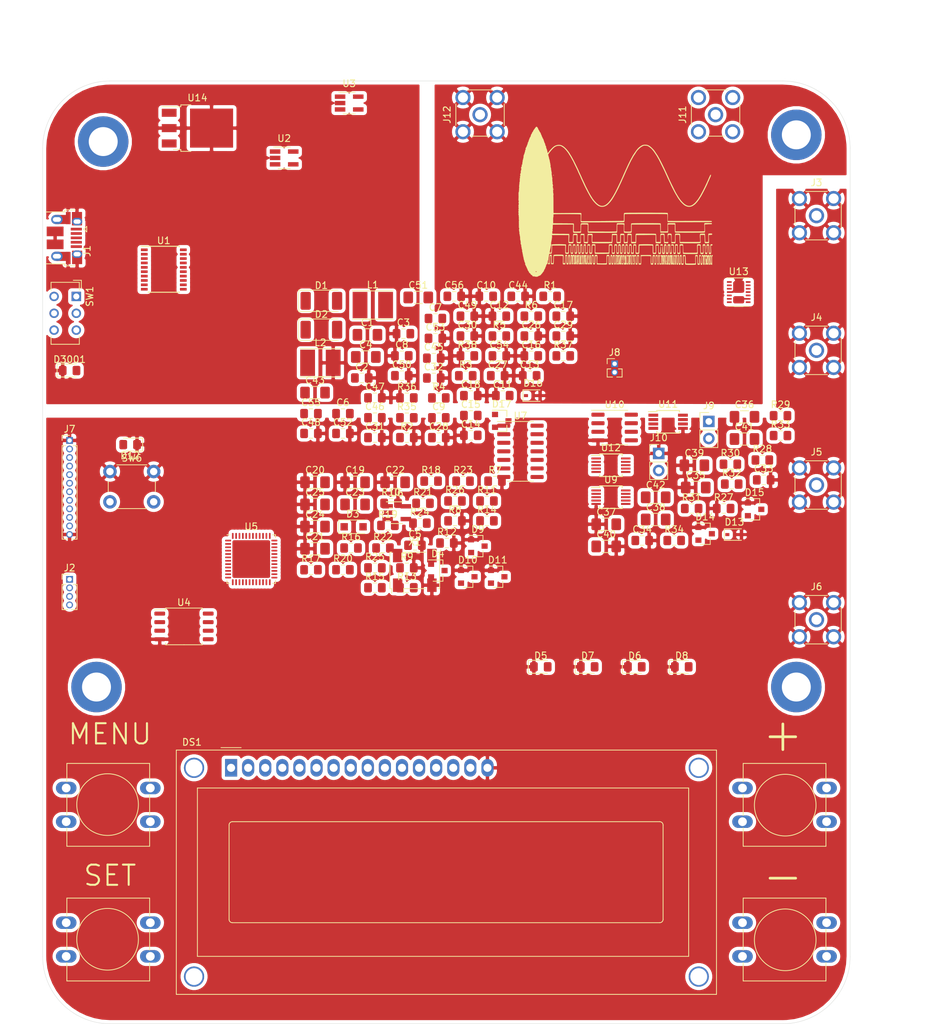
<source format=kicad_pcb>
(kicad_pcb (version 20171130) (host pcbnew 5.1.4-e60b266~84~ubuntu18.04.1)
  (layers (0 F.Cu signal) (31 B.Cu signal) (34 B.Paste user) (35 F.Paste user) (36 B.SilkS user) (37 F.SilkS user) (38 B.Mask user) (39 F.Mask user) (44 Edge.Cuts user))
  (net 0 "")
  (net 1 GND)
  (net 2 "Net-(J1-Pad4)")
  (net 3 "Net-(J1-Pad3)")
  (net 4 "Net-(J1-Pad2)")
  (net 5 "Net-(J1-Pad1)")
  (net 6 "Net-(C1-Pad2)")
  (net 7 VPOS)
  (net 8 "Net-(D1-Pad2)")
  (net 9 "Net-(L1-Pad2)")
  (net 10 "Net-(D2-Pad1)")
  (net 11 "Net-(R4-Pad1)")
  (net 12 "Net-(C2-Pad1)")
  (net 13 "Net-(U1-Pad6)")
  (net 14 3V3)
  (net 15 "Net-(U2-Pad4)")
  (net 16 "Net-(U2-Pad3)")
  (net 17 1V2)
  (net 18 "Net-(U3-Pad4)")
  (net 19 "Net-(U4-Pad7)")
  (net 20 "Net-(U4-Pad3)")
  (net 21 "Net-(U5-Pad44)")
  (net 22 "Net-(C5-Pad1)")
  (net 23 "Net-(U5-Pad23)")
  (net 24 "Net-(DS1-Pad15)")
  (net 25 "Net-(DS1-Pad14)")
  (net 26 "Net-(DS1-Pad13)")
  (net 27 "Net-(DS1-Pad12)")
  (net 28 "Net-(DS1-Pad11)")
  (net 29 "Net-(DS1-Pad10)")
  (net 30 "Net-(DS1-Pad9)")
  (net 31 "Net-(DS1-Pad8)")
  (net 32 "Net-(DS1-Pad7)")
  (net 33 "Net-(DS1-Pad6)")
  (net 34 "Net-(DS1-Pad5)")
  (net 35 "Net-(DS1-Pad4)")
  (net 36 "Net-(DS1-Pad3)")
  (net 37 "Net-(DS1-Pad2)")
  (net 38 "Net-(DS1-Pad1)")
  (net 39 "Net-(C33-Pad1)")
  (net 40 "Net-(C35-Pad2)")
  (net 41 "Net-(C36-Pad2)")
  (net 42 "Net-(C37-Pad2)")
  (net 43 "Net-(C38-Pad2)")
  (net 44 "Net-(C38-Pad1)")
  (net 45 "Net-(C39-Pad2)")
  (net 46 "Net-(C40-Pad1)")
  (net 47 "Net-(C41-Pad2)")
  (net 48 "Net-(C41-Pad1)")
  (net 49 "Net-(C42-Pad2)")
  (net 50 "Net-(C42-Pad1)")
  (net 51 "Net-(D15-Pad3)")
  (net 52 "Net-(D4-Pad3)")
  (net 53 "Net-(J4-Pad1)")
  (net 54 "Net-(J5-Pad1)")
  (net 55 "Net-(D10-Pad3)")
  (net 56 "Net-(R27-Pad2)")
  (net 57 5V)
  (net 58 "Net-(R10-Pad1)")
  (net 59 nCRESET)
  (net 60 "Net-(C14-Pad2)")
  (net 61 "Net-(J2-Pad1)")
  (net 62 "Net-(J2-Pad2)")
  (net 63 "Net-(J2-Pad4)")
  (net 64 "Net-(R16-Pad2)")
  (net 65 "Net-(R15-Pad2)")
  (net 66 "Net-(R14-Pad2)")
  (net 67 "Net-(R17-Pad2)")
  (net 68 SDO)
  (net 69 SDI)
  (net 70 CONVST)
  (net 71 SCLK)
  (net 72 A1)
  (net 73 A0)
  (net 74 "Net-(R18-Pad2)")
  (net 75 "Net-(R20-Pad2)")
  (net 76 "Net-(R21-Pad2)")
  (net 77 "Net-(J7-Pad6)")
  (net 78 "Net-(J7-Pad4)")
  (net 79 "Net-(J7-Pad3)")
  (net 80 "Net-(J7-Pad2)")
  (net 81 "Net-(J7-Pad5)")
  (net 82 "Net-(J7-Pad7)")
  (net 83 "Net-(J7-Pad8)")
  (net 84 "Net-(J7-Pad9)")
  (net 85 "Net-(J7-Pad10)")
  (net 86 CDONE)
  (net 87 "Net-(C23-Pad1)")
  (net 88 -8V)
  (net 89 "Net-(C19-Pad2)")
  (net 90 "Net-(C23-Pad2)")
  (net 91 +8V)
  (net 92 "Net-(C21-Pad2)")
  (net 93 "Net-(C25-Pad2)")
  (net 94 1V8)
  (net 95 "Net-(U10-Pad8)")
  (net 96 "Net-(U10-Pad7)")
  (net 97 "Net-(U10-Pad3)")
  (net 98 +15V)
  (net 99 "Net-(U10-Pad1)")
  (net 100 "Net-(U11-Pad8)")
  (net 101 -15V)
  (net 102 "Net-(R35-Pad1)")
  (net 103 "Net-(C43-Pad2)")
  (net 104 "Net-(R37-Pad1)")
  (net 105 "Net-(C51-Pad2)")
  (net 106 "Net-(U13-Pad13)")
  (net 107 A1V8)
  (net 108 "Net-(+1-Pad1)")
  (net 109 "Net-(-1-Pad1)")
  (net 110 "Net-(MENU1-Pad1)")
  (net 111 "Net-(D5-Pad2)")
  (net 112 "Net-(D6-Pad2)")
  (net 113 "Net-(D7-Pad2)")
  (net 114 "Net-(D8-Pad2)")
  (net 115 "Net-(J8-Pad1)")
  (net 116 "Net-(D12-Pad2)")
  (net 117 "Net-(C1-Pad1)")
  (net 118 "Net-(C4-Pad2)")
  (net 119 "Net-(C20-Pad2)")
  (net 120 "Net-(C22-Pad2)")
  (net 121 "Net-(C24-Pad2)")
  (net 122 "Net-(D9-Pad3)")
  (net 123 "Net-(D11-Pad3)")
  (net 124 "Net-(D17-Pad3)")
  (net 125 "Net-(D17-Pad2)")
  (net 126 "Net-(R37-Pad2)")
  (net 127 "Net-(J2-Pad3)")
  (module Capacitor_SMD:C_0805_2012Metric_Pad1.15x1.40mm_HandSolder (layer F.Cu) (at 81.165001 76.975001)
    (fp_text reference C56 (at 0 -1.65) (layer F.SilkS))
    (fp_text value C)
    (pad 2 smd roundrect (at 1.025 0) (size 1.15 1.4) (layers F.Cu F.Paste F.Mask) (roundrect_rratio 0.217391) (net 1 GND))
    (pad 1 smd roundrect (at -1.025 0) (size 1.15 1.4) (layers F.Cu F.Paste F.Mask) (roundrect_rratio 0.217391) (net 88 -8V))
  )
  (module Capacitor_SMD:C_0805_2012Metric_Pad1.15x1.40mm_HandSolder (layer F.Cu) (at 59.875001 94.395001)
    (fp_text reference C55 (at 0 -1.65) (layer F.SilkS))
    (fp_text value C)
    (pad 2 smd roundrect (at 1.025 0) (size 1.15 1.4) (layers F.Cu F.Paste F.Mask) (roundrect_rratio 0.217391) (net 1 GND))
    (pad 1 smd roundrect (at -1.025 0) (size 1.15 1.4) (layers F.Cu F.Paste F.Mask) (roundrect_rratio 0.217391) (net 88 -8V))
  )
  (module Capacitor_SMD:C_0805_2012Metric_Pad1.15x1.40mm_HandSolder (layer F.Cu) (at 87.865001 85.825001)
    (fp_text reference C54 (at 0 -1.65) (layer F.SilkS))
    (fp_text value C)
    (pad 2 smd roundrect (at 1.025 0) (size 1.15 1.4) (layers F.Cu F.Paste F.Mask) (roundrect_rratio 0.217391) (net 1 GND))
    (pad 1 smd roundrect (at -1.025 0) (size 1.15 1.4) (layers F.Cu F.Paste F.Mask) (roundrect_rratio 0.217391) (net 88 -8V))
  )
  (module Capacitor_SMD:C_0805_2012Metric_Pad1.15x1.40mm_HandSolder (layer F.Cu) (at 78.365001 83.215001)
    (fp_text reference C53 (at 0 -1.65) (layer F.SilkS))
    (fp_text value C)
    (pad 2 smd roundrect (at 1.025 0) (size 1.15 1.4) (layers F.Cu F.Paste F.Mask) (roundrect_rratio 0.217391) (net 1 GND))
    (pad 1 smd roundrect (at -1.025 0) (size 1.15 1.4) (layers F.Cu F.Paste F.Mask) (roundrect_rratio 0.217391) (net 88 -8V))
  )
  (module Capacitor_SMD:C_0805_2012Metric_Pad1.15x1.40mm_HandSolder (layer F.Cu) (at 64.625001 97.345001)
    (fp_text reference C52 (at 0 -1.65) (layer F.SilkS))
    (fp_text value C)
    (pad 2 smd roundrect (at 1.025 0) (size 1.15 1.4) (layers F.Cu F.Paste F.Mask) (roundrect_rratio 0.217391) (net 1 GND))
    (pad 1 smd roundrect (at -1.025 0) (size 1.15 1.4) (layers F.Cu F.Paste F.Mask) (roundrect_rratio 0.217391) (net 88 -8V))
  )
  (module Capacitor_SMD:C_0805_2012Metric_Pad1.15x1.40mm_HandSolder (layer F.Cu) (at 73.375001 88.765001)
    (fp_text reference C50 (at 0 -1.65) (layer F.SilkS))
    (fp_text value C)
    (pad 2 smd roundrect (at 1.025 0) (size 1.15 1.4) (layers F.Cu F.Paste F.Mask) (roundrect_rratio 0.217391) (net 1 GND))
    (pad 1 smd roundrect (at -1.025 0) (size 1.15 1.4) (layers F.Cu F.Paste F.Mask) (roundrect_rratio 0.217391) (net 91 +8V))
  )
  (module Capacitor_SMD:C_0805_2012Metric_Pad1.15x1.40mm_HandSolder (layer F.Cu) (at 83.115001 79.925001)
    (fp_text reference C49 (at 0 -1.65) (layer F.SilkS))
    (fp_text value C)
    (pad 2 smd roundrect (at 1.025 0) (size 1.15 1.4) (layers F.Cu F.Paste F.Mask) (roundrect_rratio 0.217391) (net 1 GND))
    (pad 1 smd roundrect (at -1.025 0) (size 1.15 1.4) (layers F.Cu F.Paste F.Mask) (roundrect_rratio 0.217391) (net 91 +8V))
  )
  (module Capacitor_SMD:C_0805_2012Metric_Pad1.15x1.40mm_HandSolder (layer F.Cu) (at 59.875001 97.345001)
    (fp_text reference C48 (at 0 -1.65) (layer F.SilkS))
    (fp_text value C)
    (pad 2 smd roundrect (at 1.025 0) (size 1.15 1.4) (layers F.Cu F.Paste F.Mask) (roundrect_rratio 0.217391) (net 1 GND))
    (pad 1 smd roundrect (at -1.025 0) (size 1.15 1.4) (layers F.Cu F.Paste F.Mask) (roundrect_rratio 0.217391) (net 91 +8V))
  )
  (module Capacitor_SMD:C_0805_2012Metric_Pad1.15x1.40mm_HandSolder (layer F.Cu) (at 69.375001 92.055001)
    (fp_text reference C47 (at 0 -1.65) (layer F.SilkS))
    (fp_text value C)
    (pad 2 smd roundrect (at 1.025 0) (size 1.15 1.4) (layers F.Cu F.Paste F.Mask) (roundrect_rratio 0.217391) (net 1 GND))
    (pad 1 smd roundrect (at -1.025 0) (size 1.15 1.4) (layers F.Cu F.Paste F.Mask) (roundrect_rratio 0.217391) (net 107 A1V8))
  )
  (module Capacitor_SMD:C_0805_2012Metric_Pad1.15x1.40mm_HandSolder (layer F.Cu) (at 69.375001 95.005001)
    (fp_text reference C46 (at 0 -1.65) (layer F.SilkS))
    (fp_text value C)
    (pad 2 smd roundrect (at 1.025 0) (size 1.15 1.4) (layers F.Cu F.Paste F.Mask) (roundrect_rratio 0.217391) (net 1 GND))
    (pad 1 smd roundrect (at -1.025 0) (size 1.15 1.4) (layers F.Cu F.Paste F.Mask) (roundrect_rratio 0.217391) (net 91 +8V))
  )
  (module Capacitor_SMD:C_0805_2012Metric_Pad1.15x1.40mm_HandSolder (layer F.Cu) (at 78.125001 86.165001)
    (fp_text reference C45 (at 0 -1.65) (layer F.SilkS))
    (fp_text value C)
    (pad 2 smd roundrect (at 1.025 0) (size 1.15 1.4) (layers F.Cu F.Paste F.Mask) (roundrect_rratio 0.217391) (net 1 GND))
    (pad 1 smd roundrect (at -1.025 0) (size 1.15 1.4) (layers F.Cu F.Paste F.Mask) (roundrect_rratio 0.217391) (net 107 A1V8))
  )
  (module Capacitor_SMD:C_0805_2012Metric_Pad1.15x1.40mm_HandSolder (layer F.Cu) (at 90.665001 76.975001)
    (fp_text reference C44 (at 0 -1.65) (layer F.SilkS))
    (fp_text value C)
    (pad 2 smd roundrect (at 1.025 0) (size 1.15 1.4) (layers F.Cu F.Paste F.Mask) (roundrect_rratio 0.217391) (net 1 GND))
    (pad 1 smd roundrect (at -1.025 0) (size 1.15 1.4) (layers F.Cu F.Paste F.Mask) (roundrect_rratio 0.217391) (net 91 +8V))
  )
  (module Capacitor_SMD:C_0805_2012Metric_Pad1.15x1.40mm_HandSolder (layer F.Cu) (at 109.1 113.24)
    (fp_text reference C34 (at 0 -1.65) (layer F.SilkS))
    (fp_text value 10u)
    (pad 2 smd roundrect (at 1.025 0) (size 1.15 1.4) (layers F.Cu F.Paste F.Mask) (roundrect_rratio 0.217391) (net 1 GND))
    (pad 1 smd roundrect (at -1.025 0) (size 1.15 1.4) (layers F.Cu F.Paste F.Mask) (roundrect_rratio 0.217391) (net 39 "Net-(C33-Pad1)"))
  )
  (module Capacitor_SMD:C_0805_2012Metric_Pad1.15x1.40mm_HandSolder (layer F.Cu) (at 127.15 104.24)
    (fp_text reference C33 (at 0 -1.65) (layer F.SilkS))
    (fp_text value 10u)
    (pad 2 smd roundrect (at 1.025 0) (size 1.15 1.4) (layers F.Cu F.Paste F.Mask) (roundrect_rratio 0.217391) (net 1 GND))
    (pad 1 smd roundrect (at -1.025 0) (size 1.15 1.4) (layers F.Cu F.Paste F.Mask) (roundrect_rratio 0.217391) (net 39 "Net-(C33-Pad1)"))
  )
  (module Capacitor_SMD:C_0805_2012Metric_Pad1.15x1.40mm_HandSolder (layer F.Cu) (at 78.125001 89.115001)
    (fp_text reference C32 (at 0 -1.65) (layer F.SilkS))
    (fp_text value C)
    (pad 2 smd roundrect (at 1.025 0) (size 1.15 1.4) (layers F.Cu F.Paste F.Mask) (roundrect_rratio 0.217391) (net 1 GND))
    (pad 1 smd roundrect (at -1.025 0) (size 1.15 1.4) (layers F.Cu F.Paste F.Mask) (roundrect_rratio 0.217391) (net 14 3V3))
  )
  (module Capacitor_SMD:C_0805_2012Metric_Pad1.15x1.40mm_HandSolder (layer F.Cu) (at 69.375001 97.955001)
    (fp_text reference C31 (at 0 -1.65) (layer F.SilkS))
    (fp_text value C)
    (pad 2 smd roundrect (at 1.025 0) (size 1.15 1.4) (layers F.Cu F.Paste F.Mask) (roundrect_rratio 0.217391) (net 1 GND))
    (pad 1 smd roundrect (at -1.025 0) (size 1.15 1.4) (layers F.Cu F.Paste F.Mask) (roundrect_rratio 0.217391) (net 14 3V3))
  )
  (module Capacitor_SMD:C_0805_2012Metric_Pad1.15x1.40mm_HandSolder (layer F.Cu) (at 83.115001 82.875001)
    (fp_text reference C30 (at 0 -1.65) (layer F.SilkS))
    (fp_text value C)
    (pad 2 smd roundrect (at 1.025 0) (size 1.15 1.4) (layers F.Cu F.Paste F.Mask) (roundrect_rratio 0.217391) (net 1 GND))
    (pad 1 smd roundrect (at -1.025 0) (size 1.15 1.4) (layers F.Cu F.Paste F.Mask) (roundrect_rratio 0.217391) (net 14 3V3))
  )
  (module Capacitor_SMD:C_0805_2012Metric_Pad1.15x1.40mm_HandSolder (layer F.Cu) (at 97.365001 82.875001)
    (fp_text reference C29 (at 0 -1.65) (layer F.SilkS))
    (fp_text value C)
    (pad 2 smd roundrect (at 1.025 0) (size 1.15 1.4) (layers F.Cu F.Paste F.Mask) (roundrect_rratio 0.217391) (net 1 GND))
    (pad 1 smd roundrect (at -1.025 0) (size 1.15 1.4) (layers F.Cu F.Paste F.Mask) (roundrect_rratio 0.217391) (net 14 3V3))
  )
  (module Capacitor_SMD:C_0805_2012Metric_Pad1.15x1.40mm_HandSolder (layer F.Cu) (at 78.875001 97.965001)
    (fp_text reference C28 (at 0 -1.65) (layer F.SilkS))
    (fp_text value C)
    (pad 2 smd roundrect (at 1.025 0) (size 1.15 1.4) (layers F.Cu F.Paste F.Mask) (roundrect_rratio 0.217391) (net 1 GND))
    (pad 1 smd roundrect (at -1.025 0) (size 1.15 1.4) (layers F.Cu F.Paste F.Mask) (roundrect_rratio 0.217391) (net 17 1V2))
  )
  (module Capacitor_SMD:C_0805_2012Metric_Pad1.15x1.40mm_HandSolder (layer F.Cu) (at 87.625001 88.775001)
    (fp_text reference C27 (at 0 -1.65) (layer F.SilkS))
    (fp_text value C)
    (pad 2 smd roundrect (at 1.025 0) (size 1.15 1.4) (layers F.Cu F.Paste F.Mask) (roundrect_rratio 0.217391) (net 1 GND))
    (pad 1 smd roundrect (at -1.025 0) (size 1.15 1.4) (layers F.Cu F.Paste F.Mask) (roundrect_rratio 0.217391) (net 14 3V3))
  )
  (module Capacitor_SMD:C_0805_2012Metric_Pad1.15x1.40mm_HandSolder (layer F.Cu) (at 92.615001 82.875001)
    (fp_text reference C26 (at 0 -1.65) (layer F.SilkS))
    (fp_text value C)
    (pad 2 smd roundrect (at 1.025 0) (size 1.15 1.4) (layers F.Cu F.Paste F.Mask) (roundrect_rratio 0.217391) (net 1 GND))
    (pad 1 smd roundrect (at -1.025 0) (size 1.15 1.4) (layers F.Cu F.Paste F.Mask) (roundrect_rratio 0.217391) (net 17 1V2))
  )
  (module Capacitor_SMD:C_0805_2012Metric_Pad1.15x1.40mm_HandSolder (layer F.Cu) (at 83.625001 91.725001)
    (fp_text reference C18 (at 0 -1.65) (layer F.SilkS))
    (fp_text value C)
    (pad 2 smd roundrect (at 1.025 0) (size 1.15 1.4) (layers F.Cu F.Paste F.Mask) (roundrect_rratio 0.217391) (net 1 GND))
    (pad 1 smd roundrect (at -1.025 0) (size 1.15 1.4) (layers F.Cu F.Paste F.Mask) (roundrect_rratio 0.217391) (net 14 3V3))
  )
  (module Capacitor_SMD:C_0805_2012Metric_Pad1.15x1.40mm_HandSolder (layer F.Cu) (at 97.365001 79.925001)
    (fp_text reference C17 (at 0 -1.65) (layer F.SilkS))
    (fp_text value C)
    (pad 2 smd roundrect (at 1.025 0) (size 1.15 1.4) (layers F.Cu F.Paste F.Mask) (roundrect_rratio 0.217391) (net 1 GND))
    (pad 1 smd roundrect (at -1.025 0) (size 1.15 1.4) (layers F.Cu F.Paste F.Mask) (roundrect_rratio 0.217391) (net 17 1V2))
  )
  (module Capacitor_SMD:C_0805_2012Metric_Pad1.15x1.40mm_HandSolder (layer F.Cu) (at 92.615001 85.825001)
    (fp_text reference C16 (at 0 -1.65) (layer F.SilkS))
    (fp_text value C)
    (pad 2 smd roundrect (at 1.025 0) (size 1.15 1.4) (layers F.Cu F.Paste F.Mask) (roundrect_rratio 0.217391) (net 60 "Net-(C14-Pad2)"))
    (pad 1 smd roundrect (at -1.025 0) (size 1.15 1.4) (layers F.Cu F.Paste F.Mask) (roundrect_rratio 0.217391) (net 1 GND))
  )
  (module Capacitor_SMD:C_0805_2012Metric_Pad1.15x1.40mm_HandSolder (layer F.Cu) (at 83.625001 94.675001)
    (fp_text reference C15 (at 0 -1.65) (layer F.SilkS))
    (fp_text value C)
    (pad 2 smd roundrect (at 1.025 0) (size 1.15 1.4) (layers F.Cu F.Paste F.Mask) (roundrect_rratio 0.217391) (net 60 "Net-(C14-Pad2)"))
    (pad 1 smd roundrect (at -1.025 0) (size 1.15 1.4) (layers F.Cu F.Paste F.Mask) (roundrect_rratio 0.217391) (net 1 GND))
  )
  (module Capacitor_SMD:C_0805_2012Metric_Pad1.15x1.40mm_HandSolder (layer F.Cu) (at 83.625001 97.625001)
    (fp_text reference C14 (at 0 -1.65) (layer F.SilkS))
    (fp_text value C)
    (pad 2 smd roundrect (at 1.025 0) (size 1.15 1.4) (layers F.Cu F.Paste F.Mask) (roundrect_rratio 0.217391) (net 60 "Net-(C14-Pad2)"))
    (pad 1 smd roundrect (at -1.025 0) (size 1.15 1.4) (layers F.Cu F.Paste F.Mask) (roundrect_rratio 0.217391) (net 1 GND))
  )
  (module Capacitor_SMD:C_0805_2012Metric_Pad1.15x1.40mm_HandSolder (layer F.Cu) (at 92.375001 88.775001)
    (fp_text reference C13 (at 0 -1.65) (layer F.SilkS))
    (fp_text value C)
    (pad 2 smd roundrect (at 1.025 0) (size 1.15 1.4) (layers F.Cu F.Paste F.Mask) (roundrect_rratio 0.217391) (net 57 5V))
    (pad 1 smd roundrect (at -1.025 0) (size 1.15 1.4) (layers F.Cu F.Paste F.Mask) (roundrect_rratio 0.217391) (net 1 GND))
  )
  (module Capacitor_SMD:C_0805_2012Metric_Pad1.15x1.40mm_HandSolder (layer F.Cu) (at 87.865001 79.925001)
    (fp_text reference C12 (at 0 -1.65) (layer F.SilkS))
    (fp_text value C)
    (pad 2 smd roundrect (at 1.025 0) (size 1.15 1.4) (layers F.Cu F.Paste F.Mask) (roundrect_rratio 0.217391) (net 57 5V))
    (pad 1 smd roundrect (at -1.025 0) (size 1.15 1.4) (layers F.Cu F.Paste F.Mask) (roundrect_rratio 0.217391) (net 1 GND))
  )
  (module Capacitor_SMD:C_0805_2012Metric_Pad1.15x1.40mm_HandSolder (layer F.Cu) (at 88.375001 91.725001)
    (fp_text reference C11 (at 0 -1.65) (layer F.SilkS))
    (fp_text value C)
    (pad 2 smd roundrect (at 1.025 0) (size 1.15 1.4) (layers F.Cu F.Paste F.Mask) (roundrect_rratio 0.217391) (net 57 5V))
    (pad 1 smd roundrect (at -1.025 0) (size 1.15 1.4) (layers F.Cu F.Paste F.Mask) (roundrect_rratio 0.217391) (net 1 GND))
  )
  (module Capacitor_SMD:C_0805_2012Metric_Pad1.15x1.40mm_HandSolder (layer F.Cu) (at 85.915001 76.975001)
    (fp_text reference C10 (at 0 -1.65) (layer F.SilkS))
    (fp_text value C)
    (pad 2 smd roundrect (at 1.025 0) (size 1.15 1.4) (layers F.Cu F.Paste F.Mask) (roundrect_rratio 0.217391) (net 57 5V))
    (pad 1 smd roundrect (at -1.025 0) (size 1.15 1.4) (layers F.Cu F.Paste F.Mask) (roundrect_rratio 0.217391) (net 1 GND))
  )
  (module Capacitor_SMD:C_0805_2012Metric_Pad1.15x1.40mm_HandSolder (layer F.Cu) (at 78.875001 95.015001)
    (fp_text reference C9 (at 0 -1.65) (layer F.SilkS))
    (fp_text value C)
    (pad 2 smd roundrect (at 1.025 0) (size 1.15 1.4) (layers F.Cu F.Paste F.Mask) (roundrect_rratio 0.217391) (net 7 VPOS))
    (pad 1 smd roundrect (at -1.025 0) (size 1.15 1.4) (layers F.Cu F.Paste F.Mask) (roundrect_rratio 0.217391) (net 1 GND))
  )
  (module Capacitor_SMD:C_0805_2012Metric_Pad1.15x1.40mm_HandSolder (layer F.Cu) (at 73.375001 85.815001)
    (fp_text reference C8 (at 0 -1.65) (layer F.SilkS))
    (fp_text value C)
    (pad 2 smd roundrect (at 1.025 0) (size 1.15 1.4) (layers F.Cu F.Paste F.Mask) (roundrect_rratio 0.217391) (net 7 VPOS))
    (pad 1 smd roundrect (at -1.025 0) (size 1.15 1.4) (layers F.Cu F.Paste F.Mask) (roundrect_rratio 0.217391) (net 1 GND))
  )
  (module Capacitor_SMD:C_0805_2012Metric_Pad1.15x1.40mm_HandSolder (layer F.Cu) (at 78.365001 80.265001)
    (fp_text reference C7 (at 0 -1.65) (layer F.SilkS))
    (fp_text value C)
    (pad 2 smd roundrect (at 1.025 0) (size 1.15 1.4) (layers F.Cu F.Paste F.Mask) (roundrect_rratio 0.217391) (net 7 VPOS))
    (pad 1 smd roundrect (at -1.025 0) (size 1.15 1.4) (layers F.Cu F.Paste F.Mask) (roundrect_rratio 0.217391) (net 1 GND))
  )
  (module Capacitor_SMD:C_0805_2012Metric_Pad1.15x1.40mm_HandSolder (layer F.Cu) (at 64.625001 94.395001)
    (fp_text reference C6 (at 0 -1.65) (layer F.SilkS))
    (fp_text value C)
    (pad 2 smd roundrect (at 1.025 0) (size 1.15 1.4) (layers F.Cu F.Paste F.Mask) (roundrect_rratio 0.217391) (net 7 VPOS))
    (pad 1 smd roundrect (at -1.025 0) (size 1.15 1.4) (layers F.Cu F.Paste F.Mask) (roundrect_rratio 0.217391) (net 1 GND))
  )
  (module Capacitor_SMD:C_0805_2012Metric_Pad1.15x1.40mm_HandSolder (layer F.Cu) (at 75.325001 113.955001)
    (fp_text reference C5 (at 0 -1.65) (layer F.SilkS))
    (fp_text value C)
    (pad 2 smd roundrect (at 1.025 0) (size 1.15 1.4) (layers F.Cu F.Paste F.Mask) (roundrect_rratio 0.217391) (net 1 GND))
    (pad 1 smd roundrect (at -1.025 0) (size 1.15 1.4) (layers F.Cu F.Paste F.Mask) (roundrect_rratio 0.217391) (net 22 "Net-(C5-Pad1)"))
  )
  (module Capacitor_SMD:C_0805_2012Metric_Pad1.15x1.40mm_HandSolder (layer F.Cu) (at 73.615001 82.525001)
    (fp_text reference C3 (at 0 -1.65) (layer F.SilkS))
    (fp_text value C)
    (pad 2 smd roundrect (at 1.025 0) (size 1.15 1.4) (layers F.Cu F.Paste F.Mask) (roundrect_rratio 0.217391) (net 60 "Net-(C14-Pad2)"))
    (pad 1 smd roundrect (at -1.025 0) (size 1.15 1.4) (layers F.Cu F.Paste F.Mask) (roundrect_rratio 0.217391) (net 1 GND))
  )
  (module Capacitor_SMD:C_0805_2012Metric_Pad1.15x1.40mm_HandSolder (layer F.Cu) (at 67.425001 89.105001)
    (fp_text reference C2 (at 0 -1.65) (layer F.SilkS))
    (fp_text value C)
    (pad 2 smd roundrect (at 1.025 0) (size 1.15 1.4) (layers F.Cu F.Paste F.Mask) (roundrect_rratio 0.217391) (net 1 GND))
    (pad 1 smd roundrect (at -1.025 0) (size 1.15 1.4) (layers F.Cu F.Paste F.Mask) (roundrect_rratio 0.217391) (net 12 "Net-(C2-Pad1)"))
  )
  (module Resistor_SMD:R_0805_2012Metric_Pad1.15x1.40mm_HandSolder (layer F.Cu) (at 83.115001 85.825001)
    (fp_text reference R38 (at 0 -1.65) (layer F.SilkS))
    (fp_text value R)
    (pad 2 smd roundrect (at 1.025 0) (size 1.15 1.4) (layers F.Cu F.Paste F.Mask) (roundrect_rratio 0.217391) (net 104 "Net-(R37-Pad1)"))
    (pad 1 smd roundrect (at -1.025 0) (size 1.15 1.4) (layers F.Cu F.Paste F.Mask) (roundrect_rratio 0.217391) (net 1 GND))
  )
  (module Resistor_SMD:R_0805_2012Metric_Pad1.15x1.40mm_HandSolder (layer F.Cu) (at 97.365001 85.825001)
    (fp_text reference R37 (at 0 -1.65) (layer F.SilkS))
    (fp_text value R)
    (pad 2 smd roundrect (at 1.025 0) (size 1.15 1.4) (layers F.Cu F.Paste F.Mask) (roundrect_rratio 0.217391) (net 126 "Net-(R37-Pad2)"))
    (pad 1 smd roundrect (at -1.025 0) (size 1.15 1.4) (layers F.Cu F.Paste F.Mask) (roundrect_rratio 0.217391) (net 104 "Net-(R37-Pad1)"))
  )
  (module Resistor_SMD:R_0805_2012Metric_Pad1.15x1.40mm_HandSolder (layer F.Cu) (at 74.125001 92.065001)
    (fp_text reference R36 (at 0 -1.65) (layer F.SilkS))
    (fp_text value R)
    (pad 2 smd roundrect (at 1.025 0) (size 1.15 1.4) (layers F.Cu F.Paste F.Mask) (roundrect_rratio 0.217391) (net 102 "Net-(R35-Pad1)"))
    (pad 1 smd roundrect (at -1.025 0) (size 1.15 1.4) (layers F.Cu F.Paste F.Mask) (roundrect_rratio 0.217391) (net 1 GND))
  )
  (module Resistor_SMD:R_0805_2012Metric_Pad1.15x1.40mm_HandSolder (layer F.Cu) (at 74.125001 95.015001)
    (fp_text reference R35 (at 0 -1.65) (layer F.SilkS))
    (fp_text value R)
    (pad 2 smd roundrect (at 1.025 0) (size 1.15 1.4) (layers F.Cu F.Paste F.Mask) (roundrect_rratio 0.217391) (net 91 +8V))
    (pad 1 smd roundrect (at -1.025 0) (size 1.15 1.4) (layers F.Cu F.Paste F.Mask) (roundrect_rratio 0.217391) (net 102 "Net-(R35-Pad1)"))
  )
  (module Resistor_SMD:R_0805_2012Metric_Pad1.15x1.40mm_HandSolder (layer F.Cu) (at 81.275001 107.375001)
    (fp_text reference R26 (at 0 -1.65) (layer F.SilkS))
    (fp_text value R)
    (pad 2 smd roundrect (at 1.025 0) (size 1.15 1.4) (layers F.Cu F.Paste F.Mask) (roundrect_rratio 0.217391) (net 86 CDONE))
    (pad 1 smd roundrect (at -1.025 0) (size 1.15 1.4) (layers F.Cu F.Paste F.Mask) (roundrect_rratio 0.217391) (net 116 "Net-(D12-Pad2)"))
  )
  (module Resistor_SMD:R_0805_2012Metric_Pad1.15x1.40mm_HandSolder (layer F.Cu) (at 69.375001 117.305001)
    (fp_text reference R25 (at 0 -1.65) (layer F.SilkS))
    (fp_text value R)
    (pad 2 smd roundrect (at 1.025 0) (size 1.15 1.4) (layers F.Cu F.Paste F.Mask) (roundrect_rratio 0.217391) (net 59 nCRESET))
    (pad 1 smd roundrect (at -1.025 0) (size 1.15 1.4) (layers F.Cu F.Paste F.Mask) (roundrect_rratio 0.217391) (net 14 3V3))
  )
  (module Resistor_SMD:R_0805_2012Metric_Pad1.15x1.40mm_HandSolder (layer F.Cu) (at 76.055001 110.665001)
    (fp_text reference R24 (at 0 -1.65) (layer F.SilkS))
    (fp_text value R)
    (pad 2 smd roundrect (at 1.025 0) (size 1.15 1.4) (layers F.Cu F.Paste F.Mask) (roundrect_rratio 0.217391) (net 87 "Net-(C23-Pad1)"))
    (pad 1 smd roundrect (at -1.025 0) (size 1.15 1.4) (layers F.Cu F.Paste F.Mask) (roundrect_rratio 0.217391) (net 1 GND))
  )
  (module Resistor_SMD:R_0805_2012Metric_Pad1.15x1.40mm_HandSolder (layer F.Cu) (at 82.475001 104.425001)
    (fp_text reference R23 (at 0 -1.65) (layer F.SilkS))
    (fp_text value R)
    (pad 2 smd roundrect (at 1.025 0) (size 1.15 1.4) (layers F.Cu F.Paste F.Mask) (roundrect_rratio 0.217391) (net 120 "Net-(C22-Pad2)"))
    (pad 1 smd roundrect (at -1.025 0) (size 1.15 1.4) (layers F.Cu F.Paste F.Mask) (roundrect_rratio 0.217391) (net 93 "Net-(C25-Pad2)"))
  )
  (module Resistor_SMD:R_0805_2012Metric_Pad1.15x1.40mm_HandSolder (layer F.Cu) (at 70.575001 114.355001)
    (fp_text reference R22 (at 0 -1.65) (layer F.SilkS))
    (fp_text value R)
    (pad 2 smd roundrect (at 1.025 0) (size 1.15 1.4) (layers F.Cu F.Paste F.Mask) (roundrect_rratio 0.217391) (net 121 "Net-(C24-Pad2)"))
    (pad 1 smd roundrect (at -1.025 0) (size 1.15 1.4) (layers F.Cu F.Paste F.Mask) (roundrect_rratio 0.217391) (net 92 "Net-(C21-Pad2)"))
  )
  (module Resistor_SMD:R_0805_2012Metric_Pad1.15x1.40mm_HandSolder (layer F.Cu) (at 76.525001 107.715001)
    (fp_text reference R21 (at 0 -1.65) (layer F.SilkS))
    (fp_text value R)
    (pad 2 smd roundrect (at 1.025 0) (size 1.15 1.4) (layers F.Cu F.Paste F.Mask) (roundrect_rratio 0.217391) (net 76 "Net-(R21-Pad2)"))
    (pad 1 smd roundrect (at -1.025 0) (size 1.15 1.4) (layers F.Cu F.Paste F.Mask) (roundrect_rratio 0.217391) (net 120 "Net-(C22-Pad2)"))
  )
  (module Resistor_SMD:R_0805_2012Metric_Pad1.15x1.40mm_HandSolder (layer F.Cu) (at 64.625001 117.585001)
    (fp_text reference R20 (at 0 -1.65) (layer F.SilkS))
    (fp_text value R)
    (pad 2 smd roundrect (at 1.025 0) (size 1.15 1.4) (layers F.Cu F.Paste F.Mask) (roundrect_rratio 0.217391) (net 75 "Net-(R20-Pad2)"))
    (pad 1 smd roundrect (at -1.025 0) (size 1.15 1.4) (layers F.Cu F.Paste F.Mask) (roundrect_rratio 0.217391) (net 121 "Net-(C24-Pad2)"))
  )
  (module Resistor_SMD:R_0805_2012Metric_Pad1.15x1.40mm_HandSolder (layer F.Cu) (at 71.305001 111.005001)
    (fp_text reference R19 (at 0 -1.65) (layer F.SilkS))
    (fp_text value R)
    (pad 2 smd roundrect (at 1.025 0) (size 1.15 1.4) (layers F.Cu F.Paste F.Mask) (roundrect_rratio 0.217391) (net 119 "Net-(C20-Pad2)"))
    (pad 1 smd roundrect (at -1.025 0) (size 1.15 1.4) (layers F.Cu F.Paste F.Mask) (roundrect_rratio 0.217391) (net 89 "Net-(C19-Pad2)"))
  )
  (module Resistor_SMD:R_0805_2012Metric_Pad1.15x1.40mm_HandSolder (layer F.Cu) (at 77.725001 104.425001)
    (fp_text reference R18 (at 0 -1.65) (layer F.SilkS))
    (fp_text value R)
    (pad 2 smd roundrect (at 1.025 0) (size 1.15 1.4) (layers F.Cu F.Paste F.Mask) (roundrect_rratio 0.217391) (net 74 "Net-(R18-Pad2)"))
    (pad 1 smd roundrect (at -1.025 0) (size 1.15 1.4) (layers F.Cu F.Paste F.Mask) (roundrect_rratio 0.217391) (net 119 "Net-(C20-Pad2)"))
  )
  (module Resistor_SMD:R_0805_2012Metric_Pad1.15x1.40mm_HandSolder (layer F.Cu) (at 59.875001 117.585001)
    (fp_text reference R17 (at 0 -1.65) (layer F.SilkS))
    (fp_text value R)
    (pad 2 smd roundrect (at 1.025 0) (size 1.15 1.4) (layers F.Cu F.Paste F.Mask) (roundrect_rratio 0.217391) (net 67 "Net-(R17-Pad2)"))
    (pad 1 smd roundrect (at -1.025 0) (size 1.15 1.4) (layers F.Cu F.Paste F.Mask) (roundrect_rratio 0.217391) (net 114 "Net-(D8-Pad2)"))
  )
  (module Resistor_SMD:R_0805_2012Metric_Pad1.15x1.40mm_HandSolder (layer F.Cu) (at 65.825001 114.355001)
    (fp_text reference R16 (at 0 -1.65) (layer F.SilkS))
    (fp_text value R)
    (pad 2 smd roundrect (at 1.025 0) (size 1.15 1.4) (layers F.Cu F.Paste F.Mask) (roundrect_rratio 0.217391) (net 64 "Net-(R16-Pad2)"))
    (pad 1 smd roundrect (at -1.025 0) (size 1.15 1.4) (layers F.Cu F.Paste F.Mask) (roundrect_rratio 0.217391) (net 113 "Net-(D7-Pad2)"))
  )
  (module Resistor_SMD:R_0805_2012Metric_Pad1.15x1.40mm_HandSolder (layer F.Cu) (at 69.375001 120.255001)
    (fp_text reference R15 (at 0 -1.65) (layer F.SilkS))
    (fp_text value R)
    (pad 2 smd roundrect (at 1.025 0) (size 1.15 1.4) (layers F.Cu F.Paste F.Mask) (roundrect_rratio 0.217391) (net 65 "Net-(R15-Pad2)"))
    (pad 1 smd roundrect (at -1.025 0) (size 1.15 1.4) (layers F.Cu F.Paste F.Mask) (roundrect_rratio 0.217391) (net 112 "Net-(D6-Pad2)"))
  )
  (module Resistor_SMD:R_0805_2012Metric_Pad1.15x1.40mm_HandSolder (layer F.Cu) (at 86.025001 110.325001)
    (fp_text reference R14 (at 0 -1.65) (layer F.SilkS))
    (fp_text value R)
    (pad 2 smd roundrect (at 1.025 0) (size 1.15 1.4) (layers F.Cu F.Paste F.Mask) (roundrect_rratio 0.217391) (net 66 "Net-(R14-Pad2)"))
    (pad 1 smd roundrect (at -1.025 0) (size 1.15 1.4) (layers F.Cu F.Paste F.Mask) (roundrect_rratio 0.217391) (net 111 "Net-(D5-Pad2)"))
  )
  (module Resistor_SMD:R_0805_2012Metric_Pad1.15x1.40mm_HandSolder (layer F.Cu) (at 74.125001 120.255001)
    (fp_text reference R13 (at 0 -1.65) (layer F.SilkS))
    (fp_text value R)
    (pad 2 smd roundrect (at 1.025 0) (size 1.15 1.4) (layers F.Cu F.Paste F.Mask) (roundrect_rratio 0.217391) (net 115 "Net-(J8-Pad1)"))
    (pad 1 smd roundrect (at -1.025 0) (size 1.15 1.4) (layers F.Cu F.Paste F.Mask) (roundrect_rratio 0.217391) (net 24 "Net-(DS1-Pad15)"))
  )
  (module Resistor_SMD:R_0805_2012Metric_Pad1.15x1.40mm_HandSolder (layer F.Cu) (at 80.075001 113.615001)
    (fp_text reference R12 (at 0 -1.65) (layer F.SilkS))
    (fp_text value R)
    (pad 2 smd roundrect (at 1.025 0) (size 1.15 1.4) (layers F.Cu F.Paste F.Mask) (roundrect_rratio 0.217391) (net 1 GND))
    (pad 1 smd roundrect (at -1.025 0) (size 1.15 1.4) (layers F.Cu F.Paste F.Mask) (roundrect_rratio 0.217391) (net 36 "Net-(DS1-Pad3)"))
  )
  (module Resistor_SMD:R_0805_2012Metric_Pad1.15x1.40mm_HandSolder (layer F.Cu) (at 86.025001 107.375001)
    (fp_text reference R11 (at 0 -1.65) (layer F.SilkS))
    (fp_text value R)
    (pad 2 smd roundrect (at 1.025 0) (size 1.15 1.4) (layers F.Cu F.Paste F.Mask) (roundrect_rratio 0.217391) (net 36 "Net-(DS1-Pad3)"))
    (pad 1 smd roundrect (at -1.025 0) (size 1.15 1.4) (layers F.Cu F.Paste F.Mask) (roundrect_rratio 0.217391) (net 57 5V))
  )
  (module Resistor_SMD:R_0805_2012Metric_Pad1.15x1.40mm_HandSolder (layer F.Cu) (at 71.775001 107.715001)
    (fp_text reference R10 (at 0 -1.65) (layer F.SilkS))
    (fp_text value R)
    (pad 2 smd roundrect (at 1.025 0) (size 1.15 1.4) (layers F.Cu F.Paste F.Mask) (roundrect_rratio 0.217391) (net 1 GND))
    (pad 1 smd roundrect (at -1.025 0) (size 1.15 1.4) (layers F.Cu F.Paste F.Mask) (roundrect_rratio 0.217391) (net 58 "Net-(R10-Pad1)"))
  )
  (module Resistor_SMD:R_0805_2012Metric_Pad1.15x1.40mm_HandSolder (layer F.Cu) (at 74.125001 117.305001)
    (fp_text reference R9 (at 0 -1.65) (layer F.SilkS))
    (fp_text value R)
    (pad 2 smd roundrect (at 1.025 0) (size 1.15 1.4) (layers F.Cu F.Paste F.Mask) (roundrect_rratio 0.217391) (net 1 GND))
    (pad 1 smd roundrect (at -1.025 0) (size 1.15 1.4) (layers F.Cu F.Paste F.Mask) (roundrect_rratio 0.217391) (net 108 "Net-(+1-Pad1)"))
  )
  (module Resistor_SMD:R_0805_2012Metric_Pad1.15x1.40mm_HandSolder (layer F.Cu) (at 81.275001 110.325001)
    (fp_text reference R8 (at 0 -1.65) (layer F.SilkS))
    (fp_text value R)
    (pad 2 smd roundrect (at 1.025 0) (size 1.15 1.4) (layers F.Cu F.Paste F.Mask) (roundrect_rratio 0.217391) (net 1 GND))
    (pad 1 smd roundrect (at -1.025 0) (size 1.15 1.4) (layers F.Cu F.Paste F.Mask) (roundrect_rratio 0.217391) (net 110 "Net-(MENU1-Pad1)"))
  )
  (module Resistor_SMD:R_0805_2012Metric_Pad1.15x1.40mm_HandSolder (layer F.Cu) (at 87.225001 104.425001)
    (fp_text reference R7 (at 0 -1.65) (layer F.SilkS))
    (fp_text value R)
    (pad 2 smd roundrect (at 1.025 0) (size 1.15 1.4) (layers F.Cu F.Paste F.Mask) (roundrect_rratio 0.217391) (net 1 GND))
    (pad 1 smd roundrect (at -1.025 0) (size 1.15 1.4) (layers F.Cu F.Paste F.Mask) (roundrect_rratio 0.217391) (net 109 "Net-(-1-Pad1)"))
  )
  (module Resistor_SMD:R_0805_2012Metric_Pad1.15x1.40mm_HandSolder (layer F.Cu) (at 92.615001 79.925001)
    (fp_text reference R6 (at 0 -1.65) (layer F.SilkS))
    (fp_text value R)
    (pad 2 smd roundrect (at 1.025 0) (size 1.15 1.4) (layers F.Cu F.Paste F.Mask) (roundrect_rratio 0.217391) (net 11 "Net-(R4-Pad1)"))
    (pad 1 smd roundrect (at -1.025 0) (size 1.15 1.4) (layers F.Cu F.Paste F.Mask) (roundrect_rratio 0.217391) (net 118 "Net-(C4-Pad2)"))
  )
  (module Resistor_SMD:R_0805_2012Metric_Pad1.15x1.40mm_HandSolder (layer F.Cu) (at 87.865001 82.875001)
    (fp_text reference R5 (at 0 -1.65) (layer F.SilkS))
    (fp_text value R)
    (pad 2 smd roundrect (at 1.025 0) (size 1.15 1.4) (layers F.Cu F.Paste F.Mask) (roundrect_rratio 0.217391) (net 11 "Net-(R4-Pad1)"))
    (pad 1 smd roundrect (at -1.025 0) (size 1.15 1.4) (layers F.Cu F.Paste F.Mask) (roundrect_rratio 0.217391) (net 60 "Net-(C14-Pad2)"))
  )
  (module Resistor_SMD:R_0805_2012Metric_Pad1.15x1.40mm_HandSolder (layer F.Cu) (at 78.875001 92.065001)
    (fp_text reference R4 (at 0 -1.65) (layer F.SilkS))
    (fp_text value R)
    (pad 2 smd roundrect (at 1.025 0) (size 1.15 1.4) (layers F.Cu F.Paste F.Mask) (roundrect_rratio 0.217391) (net 12 "Net-(C2-Pad1)"))
    (pad 1 smd roundrect (at -1.025 0) (size 1.15 1.4) (layers F.Cu F.Paste F.Mask) (roundrect_rratio 0.217391) (net 11 "Net-(R4-Pad1)"))
  )
  (module Resistor_SMD:R_0805_2012Metric_Pad1.15x1.40mm_HandSolder (layer F.Cu) (at 82.875001 88.775001)
    (fp_text reference R3 (at 0 -1.65) (layer F.SilkS))
    (fp_text value R)
    (pad 2 smd roundrect (at 1.025 0) (size 1.15 1.4) (layers F.Cu F.Paste F.Mask) (roundrect_rratio 0.217391) (net 117 "Net-(C1-Pad1)"))
    (pad 1 smd roundrect (at -1.025 0) (size 1.15 1.4) (layers F.Cu F.Paste F.Mask) (roundrect_rratio 0.217391) (net 7 VPOS))
  )
  (module Resistor_SMD:R_0805_2012Metric_Pad1.15x1.40mm_HandSolder (layer F.Cu) (at 74.125001 97.965001)
    (fp_text reference R2 (at 0 -1.65) (layer F.SilkS))
    (fp_text value R)
    (pad 2 smd roundrect (at 1.025 0) (size 1.15 1.4) (layers F.Cu F.Paste F.Mask) (roundrect_rratio 0.217391) (net 1 GND))
    (pad 1 smd roundrect (at -1.025 0) (size 1.15 1.4) (layers F.Cu F.Paste F.Mask) (roundrect_rratio 0.217391) (net 6 "Net-(C1-Pad2)"))
  )
  (module Resistor_SMD:R_0805_2012Metric_Pad1.15x1.40mm_HandSolder (layer F.Cu) (at 95.415001 76.975001)
    (fp_text reference R1 (at 0 -1.65) (layer F.SilkS))
    (fp_text value R)
    (pad 2 smd roundrect (at 1.025 0) (size 1.15 1.4) (layers F.Cu F.Paste F.Mask) (roundrect_rratio 0.217391) (net 6 "Net-(C1-Pad2)"))
    (pad 1 smd roundrect (at -1.025 0) (size 1.15 1.4) (layers F.Cu F.Paste F.Mask) (roundrect_rratio 0.217391) (net 7 VPOS))
  )
  (module Inductor_SMD:L_Taiyo-Yuden_NR-40xx_HandSoldering (layer F.Cu) (at 61.275001 86.855001)
    (fp_text reference L2 (at 0 -3) (layer F.SilkS))
    (fp_text value INDUCTOR)
    (pad 2 smd rect (at 1.9 0) (size 2.2 3.9) (layers F.Cu F.Paste F.Mask) (net 1 GND))
    (pad 1 smd rect (at -1.9 0) (size 2.2 3.9) (layers F.Cu F.Paste F.Mask) (net 10 "Net-(D2-Pad1)"))
  )
  (module Inductor_SMD:L_Taiyo-Yuden_NR-40xx_HandSoldering (layer F.Cu) (at 69.065001 78.275001)
    (fp_text reference L1 (at 0 -3) (layer F.SilkS))
    (fp_text value INDUCTOR)
    (pad 2 smd rect (at 1.9 0) (size 2.2 3.9) (layers F.Cu F.Paste F.Mask) (net 9 "Net-(L1-Pad2)"))
    (pad 1 smd rect (at -1.9 0) (size 2.2 3.9) (layers F.Cu F.Paste F.Mask) (net 8 "Net-(D1-Pad2)"))
  )
  (module Package_TO_SOT_SMD:SOT-23 (layer F.Cu) (at 88.225001 95.475001)
    (fp_text reference D17 (at 0 -2.5) (layer F.SilkS))
    (fp_text value D_Schottky_x2_Serial_AKC)
    (pad 3 smd rect (at 1 0) (size 0.9 0.8) (layers F.Cu F.Paste F.Mask) (net 124 "Net-(D17-Pad3)"))
    (pad 2 smd rect (at -1 0.95) (size 0.9 0.8) (layers F.Cu F.Paste F.Mask) (net 125 "Net-(D17-Pad2)"))
    (pad 1 smd rect (at -1 -0.95) (size 0.9 0.8) (layers F.Cu F.Paste F.Mask) (net 1 GND))
  )
  (module Diode_SMD:D_SOD-323 (layer F.Cu) (at 92.875001 91.725001)
    (fp_text reference D16 (at 0 -1.85) (layer F.SilkS))
    (fp_text value D_Zener)
    (pad 2 smd rect (at 1.05 0) (size 0.6 0.45) (layers F.Cu F.Paste F.Mask) (net 1 GND))
    (pad 1 smd rect (at -1.05 0) (size 0.6 0.45) (layers F.Cu F.Paste F.Mask) (net 57 5V))
  )
  (module Package_TO_SOT_SMD:SOT-23 (layer F.Cu) (at 87.625001 118.625001)
    (fp_text reference D11 (at 0 -2.5) (layer F.SilkS))
    (fp_text value D_Schottky_x2_Serial_AKC)
    (pad 3 smd rect (at 1 0) (size 0.9 0.8) (layers F.Cu F.Paste F.Mask) (net 123 "Net-(D11-Pad3)"))
    (pad 2 smd rect (at -1 0.95) (size 0.9 0.8) (layers F.Cu F.Paste F.Mask) (net 57 5V))
    (pad 1 smd rect (at -1 -0.95) (size 0.9 0.8) (layers F.Cu F.Paste F.Mask) (net 1 GND))
  )
  (module Package_TO_SOT_SMD:SOT-23 (layer F.Cu) (at 83.175001 118.625001)
    (fp_text reference D10 (at 0 -2.5) (layer F.SilkS))
    (fp_text value D_Schottky_x2_Serial_AKC)
    (pad 3 smd rect (at 1 0) (size 0.9 0.8) (layers F.Cu F.Paste F.Mask) (net 55 "Net-(D10-Pad3)"))
    (pad 2 smd rect (at -1 0.95) (size 0.9 0.8) (layers F.Cu F.Paste F.Mask) (net 57 5V))
    (pad 1 smd rect (at -1 -0.95) (size 0.9 0.8) (layers F.Cu F.Paste F.Mask) (net 1 GND))
  )
  (module Package_TO_SOT_SMD:SOT-23 (layer F.Cu) (at 84.675001 114.075001)
    (fp_text reference D9 (at 0 -2.5) (layer F.SilkS))
    (fp_text value D_Schottky_x2_Serial_AKC)
    (pad 3 smd rect (at 1 0) (size 0.9 0.8) (layers F.Cu F.Paste F.Mask) (net 122 "Net-(D9-Pad3)"))
    (pad 2 smd rect (at -1 0.95) (size 0.9 0.8) (layers F.Cu F.Paste F.Mask) (net 57 5V))
    (pad 1 smd rect (at -1 -0.95) (size 0.9 0.8) (layers F.Cu F.Paste F.Mask) (net 1 GND))
  )
  (module Package_TO_SOT_SMD:SOT-23 (layer F.Cu) (at 78.725001 117.705001)
    (fp_text reference D4 (at 0 -2.5) (layer F.SilkS))
    (fp_text value D_Schottky_x2_Serial_AKC)
    (pad 3 smd rect (at 1 0) (size 0.9 0.8) (layers F.Cu F.Paste F.Mask) (net 52 "Net-(D4-Pad3)"))
    (pad 2 smd rect (at -1 0.95) (size 0.9 0.8) (layers F.Cu F.Paste F.Mask) (net 57 5V))
    (pad 1 smd rect (at -1 -0.95) (size 0.9 0.8) (layers F.Cu F.Paste F.Mask) (net 1 GND))
  )
  (module Diode_SMD:D_SOD-123F (layer F.Cu) (at 66.210001 111.205001)
    (fp_text reference D3 (at -0.127 -1.905) (layer F.SilkS))
    (fp_text value D)
    (pad 2 smd rect (at 1.4 0) (size 1.1 1.1) (layers F.Cu F.Paste F.Mask) (net 14 3V3))
    (pad 1 smd rect (at -1.4 0) (size 1.1 1.1) (layers F.Cu F.Paste F.Mask) (net 22 "Net-(C5-Pad1)"))
  )
  (module Diode_SMD:D_2010_5025Metric_Pad1.52x2.65mm_HandSolder (layer F.Cu) (at 61.420001 81.935001)
    (fp_text reference D2 (at 0 -2.28) (layer F.SilkS))
    (fp_text value D)
    (pad 2 smd roundrect (at 2.3375 0) (size 1.525 2.65) (layers F.Cu F.Paste F.Mask) (roundrect_rratio 0.163934) (net 60 "Net-(C14-Pad2)"))
    (pad 1 smd roundrect (at -2.3375 0) (size 1.525 2.65) (layers F.Cu F.Paste F.Mask) (roundrect_rratio 0.163934) (net 10 "Net-(D2-Pad1)"))
  )
  (module Diode_SMD:D_2010_5025Metric_Pad1.52x2.65mm_HandSolder (layer F.Cu) (at 61.420001 77.645001)
    (fp_text reference D1 (at 0 -2.28) (layer F.SilkS))
    (fp_text value D)
    (pad 2 smd roundrect (at 2.3375 0) (size 1.525 2.65) (layers F.Cu F.Paste F.Mask) (roundrect_rratio 0.163934) (net 8 "Net-(D1-Pad2)"))
    (pad 1 smd roundrect (at -2.3375 0) (size 1.525 2.65) (layers F.Cu F.Paste F.Mask) (roundrect_rratio 0.163934) (net 7 VPOS))
  )
  (module Capacitor_SMD:C_1206_3216Metric_Pad1.42x1.75mm_HandSolder (layer F.Cu) (at 75.815001 77.145001)
    (fp_text reference C51 (at 0 -1.82) (layer F.SilkS))
    (fp_text value C)
    (pad 2 smd roundrect (at 1.4875 0) (size 1.425 1.75) (layers F.Cu F.Paste F.Mask) (roundrect_rratio 0.175439) (net 105 "Net-(C51-Pad2)"))
    (pad 1 smd roundrect (at -1.4875 0) (size 1.425 1.75) (layers F.Cu F.Paste F.Mask) (roundrect_rratio 0.175439) (net 88 -8V))
  )
  (module Capacitor_SMD:C_1206_3216Metric_Pad1.42x1.75mm_HandSolder (layer F.Cu) (at 60.475001 91.275001)
    (fp_text reference C43 (at 0 -1.82) (layer F.SilkS))
    (fp_text value C)
    (pad 2 smd roundrect (at 1.4875 0) (size 1.425 1.75) (layers F.Cu F.Paste F.Mask) (roundrect_rratio 0.175439) (net 103 "Net-(C43-Pad2)"))
    (pad 1 smd roundrect (at -1.4875 0) (size 1.425 1.75) (layers F.Cu F.Paste F.Mask) (roundrect_rratio 0.175439) (net 91 +8V))
  )
  (module Capacitor_SMD:C_1206_3216Metric_Pad1.42x1.75mm_HandSolder (layer F.Cu) (at 60.475001 107.885001)
    (fp_text reference C25 (at 0 -1.82) (layer F.SilkS))
    (fp_text value C)
    (pad 2 smd roundrect (at 1.4875 0) (size 1.425 1.75) (layers F.Cu F.Paste F.Mask) (roundrect_rratio 0.175439) (net 93 "Net-(C25-Pad2)"))
    (pad 1 smd roundrect (at -1.4875 0) (size 1.425 1.75) (layers F.Cu F.Paste F.Mask) (roundrect_rratio 0.175439) (net 1 GND))
  )
  (module Capacitor_SMD:C_1206_3216Metric_Pad1.42x1.75mm_HandSolder (layer F.Cu) (at 60.475001 111.175001)
    (fp_text reference C24 (at 0 -1.82) (layer F.SilkS))
    (fp_text value C)
    (pad 2 smd roundrect (at 1.4875 0) (size 1.425 1.75) (layers F.Cu F.Paste F.Mask) (roundrect_rratio 0.175439) (net 121 "Net-(C24-Pad2)"))
    (pad 1 smd roundrect (at -1.4875 0) (size 1.425 1.75) (layers F.Cu F.Paste F.Mask) (roundrect_rratio 0.175439) (net 1 GND))
  )
  (module Capacitor_SMD:C_1206_3216Metric_Pad1.42x1.75mm_HandSolder (layer F.Cu) (at 66.425001 107.885001)
    (fp_text reference C23 (at 0 -1.82) (layer F.SilkS))
    (fp_text value C)
    (pad 2 smd roundrect (at 1.4875 0) (size 1.425 1.75) (layers F.Cu F.Paste F.Mask) (roundrect_rratio 0.175439) (net 90 "Net-(C23-Pad2)"))
    (pad 1 smd roundrect (at -1.4875 0) (size 1.425 1.75) (layers F.Cu F.Paste F.Mask) (roundrect_rratio 0.175439) (net 87 "Net-(C23-Pad1)"))
  )
  (module Capacitor_SMD:C_1206_3216Metric_Pad1.42x1.75mm_HandSolder (layer F.Cu) (at 72.375001 104.595001)
    (fp_text reference C22 (at 0 -1.82) (layer F.SilkS))
    (fp_text value C)
    (pad 2 smd roundrect (at 1.4875 0) (size 1.425 1.75) (layers F.Cu F.Paste F.Mask) (roundrect_rratio 0.175439) (net 120 "Net-(C22-Pad2)"))
    (pad 1 smd roundrect (at -1.4875 0) (size 1.425 1.75) (layers F.Cu F.Paste F.Mask) (roundrect_rratio 0.175439) (net 1 GND))
  )
  (module Capacitor_SMD:C_1206_3216Metric_Pad1.42x1.75mm_HandSolder (layer F.Cu) (at 60.475001 114.465001)
    (fp_text reference C21 (at 0 -1.82) (layer F.SilkS))
    (fp_text value C)
    (pad 2 smd roundrect (at 1.4875 0) (size 1.425 1.75) (layers F.Cu F.Paste F.Mask) (roundrect_rratio 0.175439) (net 92 "Net-(C21-Pad2)"))
    (pad 1 smd roundrect (at -1.4875 0) (size 1.425 1.75) (layers F.Cu F.Paste F.Mask) (roundrect_rratio 0.175439) (net 1 GND))
  )
  (module Capacitor_SMD:C_1206_3216Metric_Pad1.42x1.75mm_HandSolder (layer F.Cu) (at 60.475001 104.595001)
    (fp_text reference C20 (at 0 -1.82) (layer F.SilkS))
    (fp_text value C)
    (pad 2 smd roundrect (at 1.4875 0) (size 1.425 1.75) (layers F.Cu F.Paste F.Mask) (roundrect_rratio 0.175439) (net 119 "Net-(C20-Pad2)"))
    (pad 1 smd roundrect (at -1.4875 0) (size 1.425 1.75) (layers F.Cu F.Paste F.Mask) (roundrect_rratio 0.175439) (net 1 GND))
  )
  (module Capacitor_SMD:C_1206_3216Metric_Pad1.42x1.75mm_HandSolder (layer F.Cu) (at 66.425001 104.595001)
    (fp_text reference C19 (at 0 -1.82) (layer F.SilkS))
    (fp_text value C)
    (pad 2 smd roundrect (at 1.4875 0) (size 1.425 1.75) (layers F.Cu F.Paste F.Mask) (roundrect_rratio 0.175439) (net 89 "Net-(C19-Pad2)"))
    (pad 1 smd roundrect (at -1.4875 0) (size 1.425 1.75) (layers F.Cu F.Paste F.Mask) (roundrect_rratio 0.175439) (net 1 GND))
  )
  (module Capacitor_SMD:C_1206_3216Metric_Pad1.42x1.75mm_HandSolder (layer F.Cu) (at 68.025001 85.985001)
    (fp_text reference C4 (at 0 -1.82) (layer F.SilkS))
    (fp_text value C)
    (pad 2 smd roundrect (at 1.4875 0) (size 1.425 1.75) (layers F.Cu F.Paste F.Mask) (roundrect_rratio 0.175439) (net 118 "Net-(C4-Pad2)"))
    (pad 1 smd roundrect (at -1.4875 0) (size 1.425 1.75) (layers F.Cu F.Paste F.Mask) (roundrect_rratio 0.175439) (net 60 "Net-(C14-Pad2)"))
  )
  (module Capacitor_SMD:C_1206_3216Metric_Pad1.42x1.75mm_HandSolder (layer F.Cu) (at 68.265001 82.695001)
    (fp_text reference C1 (at 0 -1.82) (layer F.SilkS))
    (fp_text value C)
    (pad 2 smd roundrect (at 1.4875 0) (size 1.425 1.75) (layers F.Cu F.Paste F.Mask) (roundrect_rratio 0.175439) (net 6 "Net-(C1-Pad2)"))
    (pad 1 smd roundrect (at -1.4875 0) (size 1.425 1.75) (layers F.Cu F.Paste F.Mask) (roundrect_rratio 0.175439) (net 117 "Net-(C1-Pad1)"))
  )
  (module LED_SMD:LED_0805_2012Metric_Pad1.15x1.40mm_HandSolder (layer F.Cu) (at 24 88)
    (fp_text reference D3001 (at 0 -1.65) (layer F.SilkS))
    (fp_text value LED)
    (pad 2 smd roundrect (at 1.025 0) (size 1.15 1.4) (layers F.Cu F.Paste F.Mask) (roundrect_rratio 0.217391) (net 57 5V))
    (pad 1 smd roundrect (at -1.025 0) (size 1.15 1.4) (layers F.Cu F.Paste F.Mask) (roundrect_rratio 0.217391) (net 1 GND))
  )
  (module LED_SMD:LED_0805_2012Metric_Pad1.15x1.40mm_HandSolder (layer F.Cu) (at 33 99 180)
    (fp_text reference D12 (at 0 -1.65) (layer F.SilkS))
    (fp_text value LED)
    (pad 2 smd roundrect (at 1.025 0 180) (size 1.15 1.4) (layers F.Cu F.Paste F.Mask) (roundrect_rratio 0.217391) (net 116 "Net-(D12-Pad2)"))
    (pad 1 smd roundrect (at -1.025 0 180) (size 1.15 1.4) (layers F.Cu F.Paste F.Mask) (roundrect_rratio 0.217391) (net 1 GND))
  )
  (module Connector_PinHeader_1.27mm:PinHeader_1x02_P1.27mm_Vertical (layer F.Cu) (at 105 87)
    (fp_text reference J8 (at 0 -1.695) (layer F.SilkS))
    (fp_text value Conn_01x02_Male)
    (pad 2 thru_hole oval (at 0 1.27) (size 1 1) (drill 0.65) (layers *.Cu *.Mask) (net 57 5V))
    (pad 1 thru_hole rect (at 0 0) (size 1 1) (drill 0.65) (layers *.Cu *.Mask) (net 115 "Net-(J8-Pad1)"))
  )
  (module Connector_PinHeader_1.27mm:PinHeader_1x12_P1.27mm_Vertical (layer F.Cu) (at 24 98.38)
    (fp_text reference J7 (at 0 -1.695) (layer F.SilkS))
    (fp_text value Conn_01x12)
    (pad 12 thru_hole oval (at 0 13.97) (size 1 1) (drill 0.65) (layers *.Cu *.Mask) (net 1 GND))
    (pad 11 thru_hole oval (at 0 12.7) (size 1 1) (drill 0.65) (layers *.Cu *.Mask) (net 14 3V3))
    (pad 10 thru_hole oval (at 0 11.43) (size 1 1) (drill 0.65) (layers *.Cu *.Mask) (net 85 "Net-(J7-Pad10)"))
    (pad 9 thru_hole oval (at 0 10.16) (size 1 1) (drill 0.65) (layers *.Cu *.Mask) (net 84 "Net-(J7-Pad9)"))
    (pad 8 thru_hole oval (at 0 8.89) (size 1 1) (drill 0.65) (layers *.Cu *.Mask) (net 83 "Net-(J7-Pad8)"))
    (pad 7 thru_hole oval (at 0 7.62) (size 1 1) (drill 0.65) (layers *.Cu *.Mask) (net 82 "Net-(J7-Pad7)"))
    (pad 6 thru_hole oval (at 0 6.35) (size 1 1) (drill 0.65) (layers *.Cu *.Mask) (net 77 "Net-(J7-Pad6)"))
    (pad 5 thru_hole oval (at 0 5.08) (size 1 1) (drill 0.65) (layers *.Cu *.Mask) (net 81 "Net-(J7-Pad5)"))
    (pad 4 thru_hole oval (at 0 3.81) (size 1 1) (drill 0.65) (layers *.Cu *.Mask) (net 78 "Net-(J7-Pad4)"))
    (pad 3 thru_hole oval (at 0 2.54) (size 1 1) (drill 0.65) (layers *.Cu *.Mask) (net 79 "Net-(J7-Pad3)"))
    (pad 2 thru_hole oval (at 0 1.27) (size 1 1) (drill 0.65) (layers *.Cu *.Mask) (net 80 "Net-(J7-Pad2)"))
    (pad 1 thru_hole rect (at 0 0) (size 1 1) (drill 0.65) (layers *.Cu *.Mask) (net 1 GND))
  )
  (module Connector_PinHeader_1.27mm:PinHeader_1x04_P1.27mm_Vertical (layer F.Cu) (at 24 119)
    (fp_text reference J2 (at 0 -1.695) (layer F.SilkS))
    (fp_text value Conn_01x04_Male)
    (pad 4 thru_hole oval (at 0 3.81) (size 1 1) (drill 0.65) (layers *.Cu *.Mask) (net 63 "Net-(J2-Pad4)"))
    (pad 3 thru_hole oval (at 0 2.54) (size 1 1) (drill 0.65) (layers *.Cu *.Mask) (net 127 "Net-(J2-Pad3)"))
    (pad 2 thru_hole oval (at 0 1.27) (size 1 1) (drill 0.65) (layers *.Cu *.Mask) (net 62 "Net-(J2-Pad2)"))
    (pad 1 thru_hole rect (at 0 0) (size 1 1) (drill 0.65) (layers *.Cu *.Mask) (net 61 "Net-(J2-Pad1)"))
  )
  (module LED_SMD:LED_0805_2012Metric_Pad1.15x1.40mm_HandSolder (layer F.Cu) (at 114.975 132)
    (fp_text reference D8 (at 0 -1.65) (layer F.SilkS))
    (fp_text value LED)
    (pad 2 smd roundrect (at 1.025 0) (size 1.15 1.4) (layers F.Cu F.Paste F.Mask) (roundrect_rratio 0.217391) (net 114 "Net-(D8-Pad2)"))
    (pad 1 smd roundrect (at -1.025 0) (size 1.15 1.4) (layers F.Cu F.Paste F.Mask) (roundrect_rratio 0.217391) (net 1 GND))
  )
  (module LED_SMD:LED_0805_2012Metric_Pad1.15x1.40mm_HandSolder (layer F.Cu) (at 101 132)
    (fp_text reference D7 (at 0 -1.65) (layer F.SilkS))
    (fp_text value LED)
    (pad 2 smd roundrect (at 1.025 0) (size 1.15 1.4) (layers F.Cu F.Paste F.Mask) (roundrect_rratio 0.217391) (net 113 "Net-(D7-Pad2)"))
    (pad 1 smd roundrect (at -1.025 0) (size 1.15 1.4) (layers F.Cu F.Paste F.Mask) (roundrect_rratio 0.217391) (net 1 GND))
  )
  (module LED_SMD:LED_0805_2012Metric_Pad1.15x1.40mm_HandSolder (layer F.Cu) (at 108 132)
    (fp_text reference D6 (at 0 -1.65) (layer F.SilkS))
    (fp_text value LED)
    (pad 2 smd roundrect (at 1.025 0) (size 1.15 1.4) (layers F.Cu F.Paste F.Mask) (roundrect_rratio 0.217391) (net 112 "Net-(D6-Pad2)"))
    (pad 1 smd roundrect (at -1.025 0) (size 1.15 1.4) (layers F.Cu F.Paste F.Mask) (roundrect_rratio 0.217391) (net 1 GND))
  )
  (module LED_SMD:LED_0805_2012Metric_Pad1.15x1.40mm_HandSolder (layer F.Cu) (at 94.025 132)
    (fp_text reference D5 (at 0 -1.65) (layer F.SilkS))
    (fp_text value LED)
    (pad 2 smd roundrect (at 1.025 0) (size 1.15 1.4) (layers F.Cu F.Paste F.Mask) (roundrect_rratio 0.217391) (net 111 "Net-(D5-Pad2)"))
    (pad 1 smd roundrect (at -1.025 0) (size 1.15 1.4) (layers F.Cu F.Paste F.Mask) (roundrect_rratio 0.217391) (net 1 GND))
  )
  (module Package_SO:SOIC-14_3.9x8.7mm_P1.27mm (layer F.Cu) (at 91 100)
    (fp_text reference U7 (at 0 -5.28) (layer F.SilkS))
    (fp_text value OPA1679)
    (pad 14 smd roundrect (at 2.475 -3.81) (size 1.95 0.6) (layers F.Cu F.Paste F.Mask) (net 53 "Net-(J4-Pad1)"))
    (pad 13 smd roundrect (at 2.475 -2.54) (size 1.95 0.6) (layers F.Cu F.Paste F.Mask) (net 53 "Net-(J4-Pad1)"))
    (pad 12 smd roundrect (at 2.475 -1.27) (size 1.95 0.6) (layers F.Cu F.Paste F.Mask) (net 87 "Net-(C23-Pad1)"))
    (pad 11 smd roundrect (at 2.475 0) (size 1.95 0.6) (layers F.Cu F.Paste F.Mask) (net 88 -8V))
    (pad 10 smd roundrect (at 2.475 1.27) (size 1.95 0.6) (layers F.Cu F.Paste F.Mask) (net 89 "Net-(C19-Pad2)"))
    (pad 9 smd roundrect (at 2.475 2.54) (size 1.95 0.6) (layers F.Cu F.Paste F.Mask) (net 90 "Net-(C23-Pad2)"))
    (pad 8 smd roundrect (at 2.475 3.81) (size 1.95 0.6) (layers F.Cu F.Paste F.Mask) (net 90 "Net-(C23-Pad2)"))
    (pad 7 smd roundrect (at -2.475 3.81) (size 1.95 0.6) (layers F.Cu F.Paste F.Mask) (net 55 "Net-(D10-Pad3)"))
    (pad 6 smd roundrect (at -2.475 2.54) (size 1.95 0.6) (layers F.Cu F.Paste F.Mask) (net 55 "Net-(D10-Pad3)"))
    (pad 5 smd roundrect (at -2.475 1.27) (size 1.95 0.6) (layers F.Cu F.Paste F.Mask) (net 93 "Net-(C25-Pad2)"))
    (pad 4 smd roundrect (at -2.475 0) (size 1.95 0.6) (layers F.Cu F.Paste F.Mask) (net 91 +8V))
    (pad 3 smd roundrect (at -2.475 -1.27) (size 1.95 0.6) (layers F.Cu F.Paste F.Mask) (net 92 "Net-(C21-Pad2)"))
    (pad 2 smd roundrect (at -2.475 -2.54) (size 1.95 0.6) (layers F.Cu F.Paste F.Mask) (net 54 "Net-(J5-Pad1)"))
    (pad 1 smd roundrect (at -2.475 -3.81) (size 1.95 0.6) (layers F.Cu F.Paste F.Mask) (net 54 "Net-(J5-Pad1)"))
  )
  (module MountingHole:MountingHole_4.3mm_M4_DIN965_Pad (layer F.Cu) (at 132 53)
    (fp_text reference " " (at 0 -4.75) (layer F.SilkS))
    (fp_text value MountingHole_4.3mm_M4_DIN965_Pad)
    (pad 1 thru_hole circle (at 0 0) (size 7.5 7.5) (drill 4.3) (layers *.Cu *.Mask))
  )
  (module MountingHole:MountingHole_4.3mm_M4_DIN965_Pad (layer F.Cu) (at 29 54)
    (fp_text reference " " (at 0 -4.75) (layer F.SilkS))
    (fp_text value MountingHole_4.3mm_M4_DIN965_Pad)
    (pad 1 thru_hole circle (at 0 0) (size 7.5 7.5) (drill 4.3) (layers *.Cu *.Mask))
  )
  (module MountingHole:MountingHole_4.3mm_M4_DIN965_Pad (layer F.Cu) (at 28 135)
    (fp_text reference " " (at 0 -4.75) (layer F.SilkS))
    (fp_text value MountingHole_4.3mm_M4_DIN965_Pad)
    (pad 1 thru_hole circle (at 0 0) (size 7.5 7.5) (drill 4.3) (layers *.Cu *.Mask))
  )
  (module MountingHole:MountingHole_4.3mm_M4_DIN965_Pad (layer F.Cu) (at 132 135)
    (fp_text reference " " (at -4 0) (layer F.SilkS))
    (fp_text value MountingHole_4.3mm_M4_DIN965_Pad)
    (pad 1 thru_hole circle (at 0 0) (size 7.5 7.5) (drill 4.3) (layers *.Cu *.Mask))
  )
  (module SingularitySurfer_Logo:SingularitySurfer_Logo (layer F.Cu) (at 105 63)
    (fp_text reference G*** hide)
    (fp_text value LOGO hide)
  )
  (module Package_SO:SOIC-8_5.23x5.23mm_P1.27mm (layer F.Cu) (at 41 126)
    (fp_text reference U4 (at 0 -3.56) (layer F.SilkS))
    (fp_text value W25Q32JVSS)
    (pad 8 smd roundrect (at 3.6 -1.905) (size 1.6 0.6) (layers F.Cu F.Paste F.Mask) (net 14 3V3))
    (pad 7 smd roundrect (at 3.6 -0.635) (size 1.6 0.6) (layers F.Cu F.Paste F.Mask) (net 19 "Net-(U4-Pad7)"))
    (pad 6 smd roundrect (at 3.6 0.635) (size 1.6 0.6) (layers F.Cu F.Paste F.Mask) (net 127 "Net-(J2-Pad3)"))
    (pad 5 smd roundrect (at 3.6 1.905) (size 1.6 0.6) (layers F.Cu F.Paste F.Mask) (net 61 "Net-(J2-Pad1)"))
    (pad 4 smd roundrect (at -3.6 1.905) (size 1.6 0.6) (layers F.Cu F.Paste F.Mask) (net 1 GND))
    (pad 3 smd roundrect (at -3.6 0.635) (size 1.6 0.6) (layers F.Cu F.Paste F.Mask) (net 20 "Net-(U4-Pad3)"))
    (pad 2 smd roundrect (at -3.6 -0.635) (size 1.6 0.6) (layers F.Cu F.Paste F.Mask) (net 62 "Net-(J2-Pad2)"))
    (pad 1 smd roundrect (at -3.6 -1.905) (size 1.6 0.6) (layers F.Cu F.Paste F.Mask) (net 63 "Net-(J2-Pad4)"))
  )
  (module Connector_Coaxial:SMA_Molex_73251-2200_Horizontal (layer F.Cu) (at 85 50)
    (fp_text reference J12 (at -4.9 0 90) (layer F.SilkS))
    (fp_text value Conn_Coaxial)
    (pad 1 thru_hole circle (at 0 0) (size 2.25 2.25) (drill 1.5) (layers *.Cu *.Mask) (net 41 "Net-(C36-Pad2)"))
    (pad 2 thru_hole circle (at 2.54 2.54 90) (size 2.25 2.25) (drill 1.5) (layers *.Cu *.Mask) (net 1 GND))
    (pad 2 thru_hole circle (at 2.54 -2.54) (size 2.25 2.25) (drill 1.5) (layers *.Cu *.Mask) (net 1 GND))
    (pad 2 thru_hole circle (at -2.54 -2.54) (size 2.25 2.25) (drill 1.5) (layers *.Cu *.Mask) (net 1 GND))
    (pad 2 thru_hole circle (at -2.54 2.54) (size 2.25 2.25) (drill 1.5) (layers *.Cu *.Mask) (net 1 GND))
  )
  (module Oscillator:Oscillator_SMD_Fordahl_DFAS11-4Pin_7.0x5.0mm (layer F.Cu) (at 75.3 117.68)
    (fp_text reference X1 (at 0 -4.2) (layer F.SilkS))
    (fp_text value DFA-S11)
    (pad 4 smd rect (at -2.54 -2.2) (size 1.4 2) (layers F.Cu F.Paste F.Mask) (net 14 3V3))
    (pad 3 smd rect (at 2.54 -2.2) (size 1.4 2) (layers F.Cu F.Paste F.Mask) (net 21 "Net-(U5-Pad44)"))
    (pad 2 smd rect (at 2.54 2.2) (size 1.4 2) (layers F.Cu F.Paste F.Mask) (net 1 GND))
    (pad 1 smd rect (at -2.54 2.2) (size 1.4 2) (layers F.Cu F.Paste F.Mask) (net 14 3V3))
  )
  (module Package_TO_SOT_SMD:TO-252-3_TabPin2 (layer F.Cu) (at 43 52)
    (fp_text reference U14 (at 0 -4.5) (layer F.SilkS))
    (fp_text value AP2114-1.8)
    (pad 1 smd rect (at -4.2 -2.28) (size 2.2 1.2) (layers F.Cu F.Paste F.Mask) (net 91 +8V))
    (pad 2 smd rect (at -4.2 0) (size 2.2 1.2) (layers F.Cu F.Paste F.Mask) (net 1 GND))
    (pad 3 smd rect (at -4.2 2.28) (size 2.2 1.2) (layers F.Cu F.Paste F.Mask) (net 107 A1V8))
    (pad 2 smd rect (at 2.1 0) (size 6.4 5.8) (layers F.Cu F.Mask) (net 1 GND))
  )
  (module Package_DFN_QFN:Linear_DE14MA (layer F.Cu) (at 123.44 76.35)
    (fp_text reference U13 (at 0 -3.05) (layer F.SilkS))
    (fp_text value LT3032)
    (pad 4 smd custom (at 0 -0.79) (size 1.65 1.28) (layers F.Cu F.Paste F.Mask) (net 1 GND) (options (clearance outline) (anchor rect)) (primitives (gr_circle (center 0.575 -0.64) (end 0.825 -0.64) (width 0)) (gr_circle (center 0.575 0.64) (end 0.825 0.64) (width 0)) (gr_poly (pts (xy -0.575 -0.89) (xy 0.575 -0.89) (xy 0.575 0.89) (xy -0.825 0.89) (xy -0.825 -0.64)) (width 0)) (gr_poly (pts (xy -0.78 0.665) (xy -1.75 0.665) (xy -1.75 0.915) (xy -0.88 0.915) (xy -0.78 0.89)) (width 0)) (gr_poly (pts (xy -1.075 0.665) (xy -1.025 0.66) (xy -0.977 0.645) (xy -0.935 0.622) (xy -0.897 0.591) (xy -0.866 0.552) (xy -0.844 0.511) (xy -0.83 0.464) (xy -0.825 0.415) (xy -0.825 0.665)) (width 0.001))))
    (pad 9 smd custom (at 0 1.145) (size 1.15 1.07) (layers F.Cu F.Paste F.Mask) (net 60 "Net-(C14-Pad2)") (options (clearance outline) (anchor rect)) (primitives (gr_circle (center -0.575 -0.285) (end -0.325 -0.285) (width 0)) (gr_circle (center 0.575 -0.285) (end 0.825 -0.285) (width 0)) (gr_circle (center -0.575 0.285) (end -0.325 0.285) (width 0)) (gr_circle (center 0.575 0.285) (end 0.825 0.285) (width 0)) (gr_poly (pts (xy -0.825 -0.285) (xy 0.825 -0.285) (xy 0.825 0.285) (xy -0.825 0.285)) (width 0)) (gr_poly (pts (xy 0.825 -0.27) (xy 1.75 -0.27) (xy 1.75 -0.02) (xy 0.825 -0.02)) (width 0))))
    (pad 1 smd rect (at -1.4 -1.5) (size 0.7 0.25) (layers F.Cu F.Paste F.Mask) (net 91 +8V))
    (pad 2 smd rect (at -1.4 -1) (size 0.7 0.25) (layers F.Cu F.Paste F.Mask) (net 102 "Net-(R35-Pad1)"))
    (pad 3 smd rect (at -1.4 -0.5) (size 0.7 0.25) (layers F.Cu F.Paste F.Mask) (net 103 "Net-(C43-Pad2)"))
    (pad 5 smd rect (at -1.4 0.5) (size 0.7 0.25) (layers F.Cu F.Paste F.Mask) (net 1 GND))
    (pad 6 smd rect (at -1.4 1) (size 0.7 0.25) (layers F.Cu F.Paste F.Mask) (net 60 "Net-(C14-Pad2)"))
    (pad 7 smd rect (at -1.4 1.5) (size 0.7 0.25) (layers F.Cu F.Paste F.Mask) (net 88 -8V))
    (pad 8 smd rect (at 1.4 1.5) (size 0.7 0.25) (layers F.Cu F.Paste F.Mask) (net 104 "Net-(R37-Pad1)"))
    (pad 10 smd rect (at 1.4 0.5) (size 0.7 0.25) (layers F.Cu F.Paste F.Mask) (net 7 VPOS))
    (pad 11 smd rect (at 1.4 0) (size 0.7 0.25) (layers F.Cu F.Paste F.Mask) (net 105 "Net-(C51-Pad2)"))
    (pad 12 smd rect (at 1.4 -0.5) (size 0.7 0.25) (layers F.Cu F.Paste F.Mask) (net 7 VPOS))
    (pad 13 smd rect (at 1.4 -1) (size 0.7 0.25) (layers F.Cu F.Paste F.Mask) (net 106 "Net-(U13-Pad13)"))
    (pad 14 smd rect (at 1.4 -1.5) (size 0.7 0.25) (layers F.Cu F.Paste F.Mask) (net 7 VPOS))
  )
  (module Package_SO:MSOP-10_3x3mm_P0.5mm (layer F.Cu) (at 104.45 102.06)
    (fp_text reference U12 (at 0 -2.6) (layer F.SilkS))
    (fp_text value AD8253)
    (pad 10 smd rect (at 2.2 -1) (size 1.4 0.3) (layers F.Cu F.Paste F.Mask) (net 45 "Net-(C39-Pad2)"))
    (pad 9 smd rect (at 2.2 -0.5) (size 1.4 0.3) (layers F.Cu F.Paste F.Mask) (net 44 "Net-(C38-Pad1)"))
    (pad 8 smd rect (at 2.2 0) (size 1.4 0.3) (layers F.Cu F.Paste F.Mask) (net 91 +8V))
    (pad 7 smd rect (at 2.2 0.5) (size 1.4 0.3) (layers F.Cu F.Paste F.Mask) (net 51 "Net-(D15-Pad3)"))
    (pad 6 smd rect (at 2.2 1) (size 1.4 0.3) (layers F.Cu F.Paste F.Mask) (net 88 -8V))
    (pad 5 smd rect (at -2.2 1) (size 1.4 0.3) (layers F.Cu F.Paste F.Mask) (net 72 A1))
    (pad 4 smd rect (at -2.2 0.5) (size 1.4 0.3) (layers F.Cu F.Paste F.Mask) (net 73 A0))
    (pad 3 smd rect (at -2.2 0) (size 1.4 0.3) (layers F.Cu F.Paste F.Mask) (net 88 -8V))
    (pad 2 smd rect (at -2.2 -0.5) (size 1.4 0.3) (layers F.Cu F.Paste F.Mask) (net 1 GND))
    (pad 1 smd rect (at -2.2 -1) (size 1.4 0.3) (layers F.Cu F.Paste F.Mask) (net 46 "Net-(C40-Pad1)"))
  )
  (module Package_SO:MSOP-8_3x3mm_P0.65mm (layer F.Cu) (at 112.95 95.61)
    (fp_text reference U11 (at 0 -2.6) (layer F.SilkS))
    (fp_text value AD8675)
    (pad 8 smd rect (at 2.2 -0.975) (size 1.45 0.45) (layers F.Cu F.Paste F.Mask) (net 100 "Net-(U11-Pad8)"))
    (pad 7 smd rect (at 2.2 -0.325) (size 1.45 0.45) (layers F.Cu F.Paste F.Mask) (net 98 +15V))
    (pad 6 smd rect (at 2.2 0.325) (size 1.45 0.45) (layers F.Cu F.Paste F.Mask) (net 44 "Net-(C38-Pad1)"))
    (pad 5 smd rect (at 2.2 0.975) (size 1.45 0.45) (layers F.Cu F.Paste F.Mask) (net 1 GND))
    (pad 4 smd rect (at -2.2 0.975) (size 1.45 0.45) (layers F.Cu F.Paste F.Mask) (net 101 -15V))
    (pad 3 smd rect (at -2.2 0.325) (size 1.45 0.45) (layers F.Cu F.Paste F.Mask) (net 56 "Net-(R27-Pad2)"))
    (pad 2 smd rect (at -2.2 -0.325) (size 1.45 0.45) (layers F.Cu F.Paste F.Mask) (net 43 "Net-(C38-Pad2)"))
    (pad 1 smd rect (at -2.2 -0.975) (size 1.45 0.45) (layers F.Cu F.Paste F.Mask) (net 1 GND))
  )
  (module Package_SO:SOIC-8_3.9x4.9mm_P1.27mm (layer F.Cu) (at 105 96.46)
    (fp_text reference U10 (at 0 -3.4) (layer F.SilkS))
    (fp_text value REF5050AD)
    (pad 8 smd roundrect (at 2.475 -1.905) (size 1.95 0.6) (layers F.Cu F.Paste F.Mask) (net 95 "Net-(U10-Pad8)"))
    (pad 7 smd roundrect (at 2.475 -0.635) (size 1.95 0.6) (layers F.Cu F.Paste F.Mask) (net 96 "Net-(U10-Pad7)"))
    (pad 6 smd roundrect (at 2.475 0.635) (size 1.95 0.6) (layers F.Cu F.Paste F.Mask) (net 39 "Net-(C33-Pad1)"))
    (pad 5 smd roundrect (at 2.475 1.905) (size 1.95 0.6) (layers F.Cu F.Paste F.Mask) (net 40 "Net-(C35-Pad2)"))
    (pad 4 smd roundrect (at -2.475 1.905) (size 1.95 0.6) (layers F.Cu F.Paste F.Mask) (net 1 GND))
    (pad 3 smd roundrect (at -2.475 0.635) (size 1.95 0.6) (layers F.Cu F.Paste F.Mask) (net 97 "Net-(U10-Pad3)"))
    (pad 2 smd roundrect (at -2.475 -0.635) (size 1.95 0.6) (layers F.Cu F.Paste F.Mask) (net 98 +15V))
    (pad 1 smd roundrect (at -2.475 -1.905) (size 1.95 0.6) (layers F.Cu F.Paste F.Mask) (net 99 "Net-(U10-Pad1)"))
  )
  (module Package_SO:MSOP-10_3x3mm_P0.5mm (layer F.Cu) (at 104.45 106.81)
    (fp_text reference U9 (at 0 -2.6) (layer F.SilkS))
    (fp_text value MCP33131D)
    (pad 10 smd rect (at 2.2 -1) (size 1.4 0.3) (layers F.Cu F.Paste F.Mask) (net 14 3V3))
    (pad 9 smd rect (at 2.2 -0.5) (size 1.4 0.3) (layers F.Cu F.Paste F.Mask) (net 69 SDI))
    (pad 8 smd rect (at 2.2 0) (size 1.4 0.3) (layers F.Cu F.Paste F.Mask) (net 71 SCLK))
    (pad 7 smd rect (at 2.2 0.5) (size 1.4 0.3) (layers F.Cu F.Paste F.Mask) (net 68 SDO))
    (pad 6 smd rect (at 2.2 1) (size 1.4 0.3) (layers F.Cu F.Paste F.Mask) (net 70 CONVST))
    (pad 5 smd rect (at -2.2 1) (size 1.4 0.3) (layers F.Cu F.Paste F.Mask) (net 1 GND))
    (pad 4 smd rect (at -2.2 0.5) (size 1.4 0.3) (layers F.Cu F.Paste F.Mask) (net 42 "Net-(C37-Pad2)"))
    (pad 3 smd rect (at -2.2 0) (size 1.4 0.3) (layers F.Cu F.Paste F.Mask) (net 41 "Net-(C36-Pad2)"))
    (pad 2 smd rect (at -2.2 -0.5) (size 1.4 0.3) (layers F.Cu F.Paste F.Mask) (net 94 1V8))
    (pad 1 smd rect (at -2.2 -1) (size 1.4 0.3) (layers F.Cu F.Paste F.Mask) (net 39 "Net-(C33-Pad1)"))
  )
  (module Package_TO_SOT_SMD:SOT-23-5_HandSoldering (layer F.Cu) (at 72.62 109.11)
    (fp_text reference U6 (at 0 -2.9) (layer F.SilkS))
    (fp_text value 74LVC1G17)
    (pad 1 smd rect (at -1.35 -0.95) (size 1.56 0.65) (layers F.Cu F.Paste F.Mask))
    (pad 2 smd rect (at -1.35 0) (size 1.56 0.65) (layers F.Cu F.Paste F.Mask) (net 52 "Net-(D4-Pad3)"))
    (pad 3 smd rect (at -1.35 0.95) (size 1.56 0.65) (layers F.Cu F.Paste F.Mask) (net 1 GND))
    (pad 4 smd rect (at 1.35 0.95) (size 1.56 0.65) (layers F.Cu F.Paste F.Mask) (net 23 "Net-(U5-Pad23)"))
    (pad 5 smd rect (at 1.35 -0.95) (size 1.56 0.65) (layers F.Cu F.Paste F.Mask) (net 57 5V))
  )
  (module Package_TO_SOT_SMD:SOT-23-5_HandSoldering (layer F.Cu) (at 65.55 48.28)
    (fp_text reference U3 (at 0 -2.9) (layer F.SilkS))
    (fp_text value TLV70212_SOT23-5)
    (pad 5 smd rect (at 1.35 -0.95) (size 1.56 0.65) (layers F.Cu F.Paste F.Mask) (net 17 1V2))
    (pad 4 smd rect (at 1.35 0.95) (size 1.56 0.65) (layers F.Cu F.Paste F.Mask) (net 18 "Net-(U3-Pad4)"))
    (pad 3 smd rect (at -1.35 0.95) (size 1.56 0.65) (layers F.Cu F.Paste F.Mask) (net 57 5V))
    (pad 2 smd rect (at -1.35 0) (size 1.56 0.65) (layers F.Cu F.Paste F.Mask) (net 1 GND))
    (pad 1 smd rect (at -1.35 -0.95) (size 1.56 0.65) (layers F.Cu F.Paste F.Mask) (net 57 5V))
  )
  (module Package_TO_SOT_SMD:SOT-23-5_HandSoldering (layer F.Cu) (at 55.89 56.43)
    (fp_text reference U2 (at 0 -2.9) (layer F.SilkS))
    (fp_text value MIC5504-3.3YM5)
    (pad 5 smd rect (at 1.35 -0.95) (size 1.56 0.65) (layers F.Cu F.Paste F.Mask) (net 14 3V3))
    (pad 4 smd rect (at 1.35 0.95) (size 1.56 0.65) (layers F.Cu F.Paste F.Mask) (net 15 "Net-(U2-Pad4)"))
    (pad 3 smd rect (at -1.35 0.95) (size 1.56 0.65) (layers F.Cu F.Paste F.Mask) (net 16 "Net-(U2-Pad3)"))
    (pad 2 smd rect (at -1.35 0) (size 1.56 0.65) (layers F.Cu F.Paste F.Mask) (net 1 GND))
    (pad 1 smd rect (at -1.35 -0.95) (size 1.56 0.65) (layers F.Cu F.Paste F.Mask) (net 57 5V))
  )
  (module Button_Switch_THT:SW_PUSH_6mm (layer F.Cu) (at 30 103)
    (fp_text reference SW6 (at 3.25 -2) (layer F.SilkS))
    (fp_text value SW_Push)
    (pad 1 thru_hole circle (at 6.5 0 90) (size 2 2) (drill 1.1) (layers *.Cu *.Mask) (net 1 GND))
    (pad 2 thru_hole circle (at 6.5 4.5 90) (size 2 2) (drill 1.1) (layers *.Cu *.Mask) (net 59 nCRESET))
    (pad 1 thru_hole circle (at 0 0 90) (size 2 2) (drill 1.1) (layers *.Cu *.Mask) (net 1 GND))
    (pad 2 thru_hole circle (at 0 4.5 90) (size 2 2) (drill 1.1) (layers *.Cu *.Mask) (net 59 nCRESET))
  )
  (module Button_Switch_THT:SW_PUSH-12mm (layer F.Cu) (at 124 170)
    (fp_text reference -1 hide)
    (fp_text value SW_Push)
    (pad 2 thru_hole oval (at 0 5) (size 3.048 1.85) (drill 1.3) (layers *.Cu *.Mask) (net 14 3V3))
    (pad 1 thru_hole oval (at 0 0) (size 3.048 1.85) (drill 1.3) (layers *.Cu *.Mask) (net 109 "Net-(-1-Pad1)"))
    (pad 2 thru_hole oval (at 12.5 5) (size 3.048 1.85) (drill 1.3) (layers *.Cu *.Mask) (net 14 3V3))
    (pad 1 thru_hole oval (at 12.5 0) (size 3.048 1.85) (drill 1.3) (layers *.Cu *.Mask) (net 109 "Net-(-1-Pad1)"))
  )
  (module Button_Switch_THT:SW_PUSH-12mm (layer F.Cu) (at 36 155 180)
    (fp_text reference MENU1 hide)
    (fp_text value SW_Push)
    (pad 1 thru_hole oval (at 12.5 0 180) (size 3.048 1.85) (drill 1.3) (layers *.Cu *.Mask) (net 110 "Net-(MENU1-Pad1)"))
    (pad 2 thru_hole oval (at 12.5 5 180) (size 3.048 1.85) (drill 1.3) (layers *.Cu *.Mask) (net 14 3V3))
    (pad 1 thru_hole oval (at 0 0 180) (size 3.048 1.85) (drill 1.3) (layers *.Cu *.Mask) (net 110 "Net-(MENU1-Pad1)"))
    (pad 2 thru_hole oval (at 0 5 180) (size 3.048 1.85) (drill 1.3) (layers *.Cu *.Mask) (net 14 3V3))
  )
  (module Button_Switch_THT:SW_PUSH-12mm (layer F.Cu) (at 124 150)
    (fp_text reference +1 hide)
    (fp_text value SW_Push)
    (pad 2 thru_hole oval (at 0 5) (size 3.048 1.85) (drill 1.3) (layers *.Cu *.Mask) (net 14 3V3))
    (pad 1 thru_hole oval (at 0 0) (size 3.048 1.85) (drill 1.3) (layers *.Cu *.Mask) (net 108 "Net-(+1-Pad1)"))
    (pad 2 thru_hole oval (at 12.5 5) (size 3.048 1.85) (drill 1.3) (layers *.Cu *.Mask) (net 14 3V3))
    (pad 1 thru_hole oval (at 12.5 0) (size 3.048 1.85) (drill 1.3) (layers *.Cu *.Mask) (net 108 "Net-(+1-Pad1)"))
  )
  (module Button_Switch_THT:SW_PUSH-12mm (layer F.Cu) (at 36 175 180)
    (fp_text reference SET1001 hide)
    (fp_text value SW_Push)
    (pad 1 thru_hole oval (at 12.5 0 180) (size 3.048 1.85) (drill 1.3) (layers *.Cu *.Mask) (net 58 "Net-(R10-Pad1)"))
    (pad 2 thru_hole oval (at 12.5 5 180) (size 3.048 1.85) (drill 1.3) (layers *.Cu *.Mask) (net 14 3V3))
    (pad 1 thru_hole oval (at 0 0 180) (size 3.048 1.85) (drill 1.3) (layers *.Cu *.Mask) (net 58 "Net-(R10-Pad1)"))
    (pad 2 thru_hole oval (at 0 5 180) (size 3.048 1.85) (drill 1.3) (layers *.Cu *.Mask) (net 14 3V3))
  )
  (module Resistor_SMD:R_0805_2012Metric_Pad1.15x1.40mm_HandSolder (layer F.Cu) (at 113.85 113.24)
    (fp_text reference R34 (at 0 -1.65) (layer F.SilkS))
    (fp_text value R)
    (pad 2 smd roundrect (at 1.025 0) (size 1.15 1.4) (layers F.Cu F.Paste F.Mask) (roundrect_rratio 0.217391) (net 49 "Net-(C42-Pad2)"))
    (pad 1 smd roundrect (at -1.025 0) (size 1.15 1.4) (layers F.Cu F.Paste F.Mask) (roundrect_rratio 0.217391) (net 46 "Net-(C40-Pad1)"))
  )
  (module Resistor_SMD:R_0805_2012Metric_Pad1.15x1.40mm_HandSolder (layer F.Cu) (at 129.65 97.66)
    (fp_text reference R33 (at 0 -1.65) (layer F.SilkS))
    (fp_text value R)
    (pad 2 smd roundrect (at 1.025 0) (size 1.15 1.4) (layers F.Cu F.Paste F.Mask) (roundrect_rratio 0.217391) (net 47 "Net-(C41-Pad2)"))
    (pad 1 smd roundrect (at -1.025 0) (size 1.15 1.4) (layers F.Cu F.Paste F.Mask) (roundrect_rratio 0.217391) (net 45 "Net-(C39-Pad2)"))
  )
  (module Resistor_SMD:R_0805_2012Metric_Pad1.15x1.40mm_HandSolder (layer F.Cu) (at 122.4 104.86)
    (fp_text reference R32 (at 0 -1.65) (layer F.SilkS))
    (fp_text value R)
    (pad 2 smd roundrect (at 1.025 0) (size 1.15 1.4) (layers F.Cu F.Paste F.Mask) (roundrect_rratio 0.217391) (net 43 "Net-(C38-Pad2)"))
    (pad 1 smd roundrect (at -1.025 0) (size 1.15 1.4) (layers F.Cu F.Paste F.Mask) (roundrect_rratio 0.217391) (net 51 "Net-(D15-Pad3)"))
  )
  (module Resistor_SMD:R_0805_2012Metric_Pad1.15x1.40mm_HandSolder (layer F.Cu) (at 116.45 108.49)
    (fp_text reference R31 (at 0 -1.65) (layer F.SilkS))
    (fp_text value R)
    (pad 2 smd roundrect (at 1.025 0) (size 1.15 1.4) (layers F.Cu F.Paste F.Mask) (roundrect_rratio 0.217391) (net 43 "Net-(C38-Pad2)"))
    (pad 1 smd roundrect (at -1.025 0) (size 1.15 1.4) (layers F.Cu F.Paste F.Mask) (roundrect_rratio 0.217391) (net 44 "Net-(C38-Pad1)"))
  )
  (module Resistor_SMD:R_0805_2012Metric_Pad1.15x1.40mm_HandSolder (layer F.Cu) (at 122.2 101.91)
    (fp_text reference R30 (at 0 -1.65) (layer F.SilkS))
    (fp_text value R)
    (pad 2 smd roundrect (at 1.025 0) (size 1.15 1.4) (layers F.Cu F.Paste F.Mask) (roundrect_rratio 0.217391) (net 42 "Net-(C37-Pad2)"))
    (pad 1 smd roundrect (at -1.025 0) (size 1.15 1.4) (layers F.Cu F.Paste F.Mask) (roundrect_rratio 0.217391) (net 44 "Net-(C38-Pad1)"))
  )
  (module Resistor_SMD:R_0805_2012Metric_Pad1.15x1.40mm_HandSolder (layer F.Cu) (at 129.65 94.71)
    (fp_text reference R29 (at 0 -1.65) (layer F.SilkS))
    (fp_text value R)
    (pad 2 smd roundrect (at 1.025 0) (size 1.15 1.4) (layers F.Cu F.Paste F.Mask) (roundrect_rratio 0.217391) (net 41 "Net-(C36-Pad2)"))
    (pad 1 smd roundrect (at -1.025 0) (size 1.15 1.4) (layers F.Cu F.Paste F.Mask) (roundrect_rratio 0.217391) (net 51 "Net-(D15-Pad3)"))
  )
  (module Resistor_SMD:R_0805_2012Metric_Pad1.15x1.40mm_HandSolder (layer F.Cu) (at 126.95 101.29)
    (fp_text reference R28 (at 0 -1.65) (layer F.SilkS))
    (fp_text value R)
    (pad 2 smd roundrect (at 1.025 0) (size 1.15 1.4) (layers F.Cu F.Paste F.Mask) (roundrect_rratio 0.217391) (net 39 "Net-(C33-Pad1)"))
    (pad 1 smd roundrect (at -1.025 0) (size 1.15 1.4) (layers F.Cu F.Paste F.Mask) (roundrect_rratio 0.217391) (net 56 "Net-(R27-Pad2)"))
  )
  (module Resistor_SMD:R_0805_2012Metric_Pad1.15x1.40mm_HandSolder (layer F.Cu) (at 121.2 108.49)
    (fp_text reference R27 (at 0 -1.65) (layer F.SilkS))
    (fp_text value R)
    (pad 2 smd roundrect (at 1.025 0) (size 1.15 1.4) (layers F.Cu F.Paste F.Mask) (roundrect_rratio 0.217391) (net 56 "Net-(R27-Pad2)"))
    (pad 1 smd roundrect (at -1.025 0) (size 1.15 1.4) (layers F.Cu F.Paste F.Mask) (roundrect_rratio 0.217391) (net 1 GND))
  )
  (module Connector_Coaxial:SMA_Molex_73251-2200_Horizontal (layer F.Cu) (at 120 50)
    (fp_text reference J11 (at -4.9 0 90) (layer F.SilkS))
    (fp_text value Conn_Coaxial)
    (pad 2 thru_hole circle (at -2.54 2.54) (size 2.25 2.25) (drill 1.5) (layers *.Cu *.Mask) (net 50 "Net-(C42-Pad1)"))
    (pad 2 thru_hole circle (at -2.54 -2.54) (size 2.25 2.25) (drill 1.5) (layers *.Cu *.Mask) (net 50 "Net-(C42-Pad1)"))
    (pad 2 thru_hole circle (at 2.54 -2.54) (size 2.25 2.25) (drill 1.5) (layers *.Cu *.Mask) (net 50 "Net-(C42-Pad1)"))
    (pad 2 thru_hole circle (at 2.54 2.54 90) (size 2.25 2.25) (drill 1.5) (layers *.Cu *.Mask) (net 50 "Net-(C42-Pad1)"))
    (pad 1 thru_hole circle (at 0 0) (size 2.25 2.25) (drill 1.5) (layers *.Cu *.Mask) (net 48 "Net-(C41-Pad1)"))
  )
  (module Connector_PinHeader_2.54mm:PinHeader_1x02_P2.54mm_Vertical (layer F.Cu) (at 111.55 100.31)
    (fp_text reference J10 (at 0 -2.33) (layer F.SilkS))
    (fp_text value Conn_01x02)
    (pad 2 thru_hole oval (at 0 2.54) (size 1.7 1.7) (drill 1) (layers *.Cu *.Mask) (net 50 "Net-(C42-Pad1)"))
    (pad 1 thru_hole rect (at 0 0) (size 1.7 1.7) (drill 1) (layers *.Cu *.Mask) (net 1 GND))
  )
  (module Connector_PinHeader_2.54mm:PinHeader_1x02_P2.54mm_Vertical (layer F.Cu) (at 119 95.56)
    (fp_text reference J9 (at 0 -2.33) (layer F.SilkS))
    (fp_text value Conn_01x02)
    (pad 2 thru_hole oval (at 0 2.54) (size 1.7 1.7) (drill 1) (layers *.Cu *.Mask) (net 50 "Net-(C42-Pad1)"))
    (pad 1 thru_hole rect (at 0 0) (size 1.7 1.7) (drill 1) (layers *.Cu *.Mask) (net 48 "Net-(C41-Pad1)"))
  )
  (module Connector_Coaxial:SMA_Molex_73251-2200_Horizontal (layer F.Cu) (at 135 125 270)
    (fp_text reference J6 (at -4.9 0) (layer F.SilkS))
    (fp_text value Conn_Coaxial)
    (pad 2 thru_hole circle (at -2.54 2.54 270) (size 2.25 2.25) (drill 1.5) (layers *.Cu *.Mask) (net 1 GND))
    (pad 2 thru_hole circle (at -2.54 -2.54 270) (size 2.25 2.25) (drill 1.5) (layers *.Cu *.Mask) (net 1 GND))
    (pad 2 thru_hole circle (at 2.54 -2.54 270) (size 2.25 2.25) (drill 1.5) (layers *.Cu *.Mask) (net 1 GND))
    (pad 2 thru_hole circle (at 2.54 2.54) (size 2.25 2.25) (drill 1.5) (layers *.Cu *.Mask) (net 1 GND))
    (pad 1 thru_hole circle (at 0 0 270) (size 2.25 2.25) (drill 1.5) (layers *.Cu *.Mask) (net 55 "Net-(D10-Pad3)"))
  )
  (module Connector_Coaxial:SMA_Molex_73251-2200_Horizontal (layer F.Cu) (at 135 105 270)
    (fp_text reference J5 (at -4.9 0) (layer F.SilkS))
    (fp_text value Conn_Coaxial)
    (pad 2 thru_hole circle (at -2.54 2.54 270) (size 2.25 2.25) (drill 1.5) (layers *.Cu *.Mask) (net 1 GND))
    (pad 2 thru_hole circle (at -2.54 -2.54 270) (size 2.25 2.25) (drill 1.5) (layers *.Cu *.Mask) (net 1 GND))
    (pad 2 thru_hole circle (at 2.54 -2.54 270) (size 2.25 2.25) (drill 1.5) (layers *.Cu *.Mask) (net 1 GND))
    (pad 2 thru_hole circle (at 2.54 2.54) (size 2.25 2.25) (drill 1.5) (layers *.Cu *.Mask) (net 1 GND))
    (pad 1 thru_hole circle (at 0 0 270) (size 2.25 2.25) (drill 1.5) (layers *.Cu *.Mask) (net 54 "Net-(J5-Pad1)"))
  )
  (module Connector_Coaxial:SMA_Molex_73251-2200_Horizontal (layer F.Cu) (at 135 85 270)
    (fp_text reference J4 (at -4.9 0) (layer F.SilkS))
    (fp_text value Conn_Coaxial)
    (pad 2 thru_hole circle (at -2.54 2.54 270) (size 2.25 2.25) (drill 1.5) (layers *.Cu *.Mask) (net 1 GND))
    (pad 2 thru_hole circle (at -2.54 -2.54 270) (size 2.25 2.25) (drill 1.5) (layers *.Cu *.Mask) (net 1 GND))
    (pad 2 thru_hole circle (at 2.54 -2.54 270) (size 2.25 2.25) (drill 1.5) (layers *.Cu *.Mask) (net 1 GND))
    (pad 2 thru_hole circle (at 2.54 2.54) (size 2.25 2.25) (drill 1.5) (layers *.Cu *.Mask) (net 1 GND))
    (pad 1 thru_hole circle (at 0 0 270) (size 2.25 2.25) (drill 1.5) (layers *.Cu *.Mask) (net 53 "Net-(J4-Pad1)"))
  )
  (module Connector_Coaxial:SMA_Molex_73251-2200_Horizontal (layer F.Cu) (at 135 65 270)
    (fp_text reference J3 (at -4.9 0) (layer F.SilkS))
    (fp_text value Conn_Coaxial)
    (pad 2 thru_hole circle (at -2.54 2.54 270) (size 2.25 2.25) (drill 1.5) (layers *.Cu *.Mask) (net 1 GND))
    (pad 2 thru_hole circle (at -2.54 -2.54 270) (size 2.25 2.25) (drill 1.5) (layers *.Cu *.Mask) (net 1 GND))
    (pad 2 thru_hole circle (at 2.54 -2.54 270) (size 2.25 2.25) (drill 1.5) (layers *.Cu *.Mask) (net 1 GND))
    (pad 2 thru_hole circle (at 2.54 2.54) (size 2.25 2.25) (drill 1.5) (layers *.Cu *.Mask) (net 1 GND))
    (pad 1 thru_hole circle (at 0 0 270) (size 2.25 2.25) (drill 1.5) (layers *.Cu *.Mask) (net 52 "Net-(D4-Pad3)"))
  )
  (module Package_TO_SOT_SMD:SOT-23 (layer F.Cu) (at 125.8 108.61)
    (fp_text reference D15 (at 0 -2.5) (layer F.SilkS))
    (fp_text value D_Schottky_x2_Serial_AKC)
    (pad 3 smd rect (at 1 0) (size 0.9 0.8) (layers F.Cu F.Paste F.Mask) (net 51 "Net-(D15-Pad3)"))
    (pad 2 smd rect (at -1 0.95) (size 0.9 0.8) (layers F.Cu F.Paste F.Mask) (net 39 "Net-(C33-Pad1)"))
    (pad 1 smd rect (at -1 -0.95) (size 0.9 0.8) (layers F.Cu F.Paste F.Mask) (net 1 GND))
  )
  (module Package_TO_SOT_SMD:SOT-23 (layer F.Cu) (at 118.45 112.24)
    (fp_text reference D14 (at 0 -2.5) (layer F.SilkS))
    (fp_text value D_Schottky_x2_Serial_AKC)
    (pad 3 smd rect (at 1 0) (size 0.9 0.8) (layers F.Cu F.Paste F.Mask) (net 44 "Net-(C38-Pad1)"))
    (pad 2 smd rect (at -1 0.95) (size 0.9 0.8) (layers F.Cu F.Paste F.Mask) (net 39 "Net-(C33-Pad1)"))
    (pad 1 smd rect (at -1 -0.95) (size 0.9 0.8) (layers F.Cu F.Paste F.Mask) (net 1 GND))
  )
  (module Diode_SMD:D_SOD-323 (layer F.Cu) (at 122.8 112.36)
    (fp_text reference D13 (at 0 -1.85) (layer F.SilkS))
    (fp_text value D_Zener)
    (pad 2 smd rect (at 1.05 0) (size 0.6 0.45) (layers F.Cu F.Paste F.Mask) (net 1 GND))
    (pad 1 smd rect (at -1.05 0) (size 0.6 0.45) (layers F.Cu F.Paste F.Mask) (net 39 "Net-(C33-Pad1)"))
  )
  (module Capacitor_SMD:C_1206_3216Metric_Pad1.42x1.75mm_HandSolder (layer F.Cu) (at 111.1 106.83)
    (fp_text reference C42 (at 0 -1.82) (layer F.SilkS))
    (fp_text value C)
    (pad 2 smd roundrect (at 1.4875 0) (size 1.425 1.75) (layers F.Cu F.Paste F.Mask) (roundrect_rratio 0.175439) (net 49 "Net-(C42-Pad2)"))
    (pad 1 smd roundrect (at -1.4875 0) (size 1.425 1.75) (layers F.Cu F.Paste F.Mask) (roundrect_rratio 0.175439) (net 50 "Net-(C42-Pad1)"))
  )
  (module Capacitor_SMD:C_1206_3216Metric_Pad1.42x1.75mm_HandSolder (layer F.Cu) (at 124.3 98.17)
    (fp_text reference C41 (at 0 -1.82) (layer F.SilkS))
    (fp_text value C)
    (pad 2 smd roundrect (at 1.4875 0) (size 1.425 1.75) (layers F.Cu F.Paste F.Mask) (roundrect_rratio 0.175439) (net 47 "Net-(C41-Pad2)"))
    (pad 1 smd roundrect (at -1.4875 0) (size 1.425 1.75) (layers F.Cu F.Paste F.Mask) (roundrect_rratio 0.175439) (net 48 "Net-(C41-Pad1)"))
  )
  (module Capacitor_SMD:C_1206_3216Metric_Pad1.42x1.75mm_HandSolder (layer F.Cu) (at 103.75 114.12)
    (fp_text reference C40 (at 0 -1.82) (layer F.SilkS))
    (fp_text value C)
    (pad 2 smd roundrect (at 1.4875 0) (size 1.425 1.75) (layers F.Cu F.Paste F.Mask) (roundrect_rratio 0.175439) (net 1 GND))
    (pad 1 smd roundrect (at -1.4875 0) (size 1.425 1.75) (layers F.Cu F.Paste F.Mask) (roundrect_rratio 0.175439) (net 46 "Net-(C40-Pad1)"))
  )
  (module Capacitor_SMD:C_1206_3216Metric_Pad1.42x1.75mm_HandSolder (layer F.Cu) (at 116.85 102.08)
    (fp_text reference C39 (at 0 -1.82) (layer F.SilkS))
    (fp_text value C)
    (pad 2 smd roundrect (at 1.4875 0) (size 1.425 1.75) (layers F.Cu F.Paste F.Mask) (roundrect_rratio 0.175439) (net 45 "Net-(C39-Pad2)"))
    (pad 1 smd roundrect (at -1.4875 0) (size 1.425 1.75) (layers F.Cu F.Paste F.Mask) (roundrect_rratio 0.175439) (net 1 GND))
  )
  (module Capacitor_SMD:C_1206_3216Metric_Pad1.42x1.75mm_HandSolder (layer F.Cu) (at 111.1 110.12)
    (fp_text reference C38 (at 0 -1.82) (layer F.SilkS))
    (fp_text value C)
    (pad 2 smd roundrect (at 1.4875 0) (size 1.425 1.75) (layers F.Cu F.Paste F.Mask) (roundrect_rratio 0.175439) (net 43 "Net-(C38-Pad2)"))
    (pad 1 smd roundrect (at -1.4875 0) (size 1.425 1.75) (layers F.Cu F.Paste F.Mask) (roundrect_rratio 0.175439) (net 44 "Net-(C38-Pad1)"))
  )
  (module Capacitor_SMD:C_1206_3216Metric_Pad1.42x1.75mm_HandSolder (layer F.Cu) (at 103.75 110.83)
    (fp_text reference C37 (at 0 -1.82) (layer F.SilkS))
    (fp_text value C)
    (pad 2 smd roundrect (at 1.4875 0) (size 1.425 1.75) (layers F.Cu F.Paste F.Mask) (roundrect_rratio 0.175439) (net 42 "Net-(C37-Pad2)"))
    (pad 1 smd roundrect (at -1.4875 0) (size 1.425 1.75) (layers F.Cu F.Paste F.Mask) (roundrect_rratio 0.175439) (net 1 GND))
  )
  (module Capacitor_SMD:C_1206_3216Metric_Pad1.42x1.75mm_HandSolder (layer F.Cu) (at 124.3 94.88)
    (fp_text reference C36 (at 0 -1.82) (layer F.SilkS))
    (fp_text value C)
    (pad 2 smd roundrect (at 1.4875 0) (size 1.425 1.75) (layers F.Cu F.Paste F.Mask) (roundrect_rratio 0.175439) (net 41 "Net-(C36-Pad2)"))
    (pad 1 smd roundrect (at -1.4875 0) (size 1.425 1.75) (layers F.Cu F.Paste F.Mask) (roundrect_rratio 0.175439) (net 1 GND))
  )
  (module Capacitor_SMD:C_1206_3216Metric_Pad1.42x1.75mm_HandSolder (layer F.Cu) (at 117.05 105.37)
    (fp_text reference C35 (at 0 -1.82) (layer F.SilkS))
    (fp_text value 1u)
    (pad 2 smd roundrect (at 1.4875 0) (size 1.425 1.75) (layers F.Cu F.Paste F.Mask) (roundrect_rratio 0.175439) (net 40 "Net-(C35-Pad2)"))
    (pad 1 smd roundrect (at -1.4875 0) (size 1.425 1.75) (layers F.Cu F.Paste F.Mask) (roundrect_rratio 0.175439) (net 1 GND))
  )
  (module Display:WC1602A (layer F.Cu) (at 48 147)
    (fp_text reference DS1 (at -5.82 -3.81) (layer F.SilkS))
    (fp_text value WC1602A)
    (pad 1 thru_hole rect (at 0 0) (size 1.8 2.6) (drill 1.2) (layers *.Cu *.Mask) (net 38 "Net-(DS1-Pad1)"))
    (pad 2 thru_hole oval (at 2.54 0) (size 1.8 2.6) (drill 1.2) (layers *.Cu *.Mask) (net 37 "Net-(DS1-Pad2)"))
    (pad 3 thru_hole oval (at 5.08 0) (size 1.8 2.6) (drill 1.2) (layers *.Cu *.Mask) (net 36 "Net-(DS1-Pad3)"))
    (pad 4 thru_hole oval (at 7.62 0) (size 1.8 2.6) (drill 1.2) (layers *.Cu *.Mask) (net 35 "Net-(DS1-Pad4)"))
    (pad 5 thru_hole oval (at 10.16 0) (size 1.8 2.6) (drill 1.2) (layers *.Cu *.Mask) (net 34 "Net-(DS1-Pad5)"))
    (pad 6 thru_hole oval (at 12.7 0) (size 1.8 2.6) (drill 1.2) (layers *.Cu *.Mask) (net 33 "Net-(DS1-Pad6)"))
    (pad 7 thru_hole oval (at 15.24 0) (size 1.8 2.6) (drill 1.2) (layers *.Cu *.Mask) (net 32 "Net-(DS1-Pad7)"))
    (pad 8 thru_hole oval (at 17.78 0) (size 1.8 2.6) (drill 1.2) (layers *.Cu *.Mask) (net 31 "Net-(DS1-Pad8)"))
    (pad 9 thru_hole oval (at 20.32 0) (size 1.8 2.6) (drill 1.2) (layers *.Cu *.Mask) (net 30 "Net-(DS1-Pad9)"))
    (pad 10 thru_hole oval (at 22.86 0) (size 1.8 2.6) (drill 1.2) (layers *.Cu *.Mask) (net 29 "Net-(DS1-Pad10)"))
    (pad 11 thru_hole oval (at 25.4 0) (size 1.8 2.6) (drill 1.2) (layers *.Cu *.Mask) (net 28 "Net-(DS1-Pad11)"))
    (pad 12 thru_hole oval (at 27.94 0) (size 1.8 2.6) (drill 1.2) (layers *.Cu *.Mask) (net 27 "Net-(DS1-Pad12)"))
    (pad 13 thru_hole oval (at 30.48 0) (size 1.8 2.6) (drill 1.2) (layers *.Cu *.Mask) (net 26 "Net-(DS1-Pad13)"))
    (pad 14 thru_hole oval (at 33.02 0) (size 1.8 2.6) (drill 1.2) (layers *.Cu *.Mask) (net 25 "Net-(DS1-Pad14)"))
    (pad 15 thru_hole oval (at 35.56 0) (size 1.8 2.6) (drill 1.2) (layers *.Cu *.Mask) (net 24 "Net-(DS1-Pad15)"))
    (pad 16 thru_hole oval (at 38.1 0) (size 1.8 2.6) (drill 1.2) (layers *.Cu *.Mask) (net 1 GND))
    (pad "" thru_hole circle (at -5.4991 0) (size 3 3) (drill 2.5) (layers *.Cu *.Mask))
    (pad "" thru_hole circle (at -5.4991 31.0007) (size 3 3) (drill 2.5) (layers *.Cu *.Mask))
    (pad "" thru_hole circle (at 69.49948 31.0007) (size 3 3) (drill 2.5) (layers *.Cu *.Mask))
    (pad "" thru_hole circle (at 69.5 0) (size 3 3) (drill 2.5) (layers *.Cu *.Mask))
  )
  (module Package_DFN_QFN:QFN-48-1EP_7x7mm_P0.5mm_EP5.6x5.6mm (layer F.Cu) (at 51 116)
    (fp_text reference U5 (at 0 -4.82) (layer F.SilkS))
    (fp_text value ICE40UP5K-SG48ITR)
    (pad 49 smd roundrect (at 0 0) (size 5.6 5.6) (layers F.Cu F.Mask) (roundrect_rratio 0.044643) (net 1 GND))
    (pad 1 smd roundrect (at -3.4375 -2.75) (size 0.875 0.25) (layers F.Cu F.Paste F.Mask) (net 14 3V3))
    (pad 2 smd roundrect (at -3.4375 -2.25) (size 0.875 0.25) (layers F.Cu F.Paste F.Mask) (net 110 "Net-(MENU1-Pad1)"))
    (pad 3 smd roundrect (at -3.4375 -1.75) (size 0.875 0.25) (layers F.Cu F.Paste F.Mask) (net 58 "Net-(R10-Pad1)"))
    (pad 4 smd roundrect (at -3.4375 -1.25) (size 0.875 0.25) (layers F.Cu F.Paste F.Mask) (net 108 "Net-(+1-Pad1)"))
    (pad 5 smd roundrect (at -3.4375 -0.75) (size 0.875 0.25) (layers F.Cu F.Paste F.Mask) (net 17 1V2))
    (pad 6 smd roundrect (at -3.4375 -0.25) (size 0.875 0.25) (layers F.Cu F.Paste F.Mask) (net 109 "Net-(-1-Pad1)"))
    (pad 7 smd roundrect (at -3.4375 0.25) (size 0.875 0.25) (layers F.Cu F.Paste F.Mask) (net 86 CDONE))
    (pad 8 smd roundrect (at -3.4375 0.75) (size 0.875 0.25) (layers F.Cu F.Paste F.Mask) (net 59 nCRESET))
    (pad 9 smd roundrect (at -3.4375 1.25) (size 0.875 0.25) (layers F.Cu F.Paste F.Mask) (net 85 "Net-(J7-Pad10)"))
    (pad 10 smd roundrect (at -3.4375 1.75) (size 0.875 0.25) (layers F.Cu F.Paste F.Mask) (net 84 "Net-(J7-Pad9)"))
    (pad 11 smd roundrect (at -3.4375 2.25) (size 0.875 0.25) (layers F.Cu F.Paste F.Mask) (net 83 "Net-(J7-Pad8)"))
    (pad 12 smd roundrect (at -3.4375 2.75) (size 0.875 0.25) (layers F.Cu F.Paste F.Mask) (net 82 "Net-(J7-Pad7)"))
    (pad 13 smd roundrect (at -2.75 3.4375) (size 0.25 0.875) (layers F.Cu F.Paste F.Mask) (net 81 "Net-(J7-Pad5)"))
    (pad 14 smd roundrect (at -2.25 3.4375) (size 0.25 0.875) (layers F.Cu F.Paste F.Mask) (net 61 "Net-(J2-Pad1)"))
    (pad 15 smd roundrect (at -1.75 3.4375) (size 0.25 0.875) (layers F.Cu F.Paste F.Mask) (net 127 "Net-(J2-Pad3)"))
    (pad 16 smd roundrect (at -1.25 3.4375) (size 0.25 0.875) (layers F.Cu F.Paste F.Mask) (net 63 "Net-(J2-Pad4)"))
    (pad 17 smd roundrect (at -0.75 3.4375) (size 0.25 0.875) (layers F.Cu F.Paste F.Mask) (net 62 "Net-(J2-Pad2)"))
    (pad 18 smd roundrect (at -0.25 3.4375) (size 0.25 0.875) (layers F.Cu F.Paste F.Mask) (net 80 "Net-(J7-Pad2)"))
    (pad 19 smd roundrect (at 0.25 3.4375) (size 0.25 0.875) (layers F.Cu F.Paste F.Mask) (net 79 "Net-(J7-Pad3)"))
    (pad 20 smd roundrect (at 0.75 3.4375) (size 0.25 0.875) (layers F.Cu F.Paste F.Mask) (net 78 "Net-(J7-Pad4)"))
    (pad 21 smd roundrect (at 1.25 3.4375) (size 0.25 0.875) (layers F.Cu F.Paste F.Mask) (net 77 "Net-(J7-Pad6)"))
    (pad 22 smd roundrect (at 1.75 3.4375) (size 0.25 0.875) (layers F.Cu F.Paste F.Mask) (net 14 3V3))
    (pad 23 smd roundrect (at 2.25 3.4375) (size 0.25 0.875) (layers F.Cu F.Paste F.Mask) (net 23 "Net-(U5-Pad23)"))
    (pad 24 smd roundrect (at 2.75 3.4375) (size 0.25 0.875) (layers F.Cu F.Paste F.Mask) (net 22 "Net-(C5-Pad1)"))
    (pad 25 smd roundrect (at 3.4375 2.75) (size 0.875 0.25) (layers F.Cu F.Paste F.Mask) (net 25 "Net-(DS1-Pad14)"))
    (pad 26 smd roundrect (at 3.4375 2.25) (size 0.875 0.25) (layers F.Cu F.Paste F.Mask) (net 26 "Net-(DS1-Pad13)"))
    (pad 27 smd roundrect (at 3.4375 1.75) (size 0.875 0.25) (layers F.Cu F.Paste F.Mask) (net 27 "Net-(DS1-Pad12)"))
    (pad 28 smd roundrect (at 3.4375 1.25) (size 0.875 0.25) (layers F.Cu F.Paste F.Mask) (net 28 "Net-(DS1-Pad11)"))
    (pad 29 smd roundrect (at 3.4375 0.75) (size 0.875 0.25) (layers F.Cu F.Paste F.Mask) (net 17 1V2))
    (pad 30 smd roundrect (at 3.4375 0.25) (size 0.875 0.25) (layers F.Cu F.Paste F.Mask) (net 17 1V2))
    (pad 31 smd roundrect (at 3.4375 -0.25) (size 0.875 0.25) (layers F.Cu F.Paste F.Mask) (net 35 "Net-(DS1-Pad4)"))
    (pad 32 smd roundrect (at 3.4375 -0.75) (size 0.875 0.25) (layers F.Cu F.Paste F.Mask) (net 34 "Net-(DS1-Pad5)"))
    (pad 33 smd roundrect (at 3.4375 -1.25) (size 0.875 0.25) (layers F.Cu F.Paste F.Mask) (net 14 3V3))
    (pad 34 smd roundrect (at 3.4375 -1.75) (size 0.875 0.25) (layers F.Cu F.Paste F.Mask) (net 33 "Net-(DS1-Pad6)"))
    (pad 35 smd roundrect (at 3.4375 -2.25) (size 0.875 0.25) (layers F.Cu F.Paste F.Mask) (net 76 "Net-(R21-Pad2)"))
    (pad 36 smd roundrect (at 3.4375 -2.75) (size 0.875 0.25) (layers F.Cu F.Paste F.Mask) (net 75 "Net-(R20-Pad2)"))
    (pad 37 smd roundrect (at 2.75 -3.4375) (size 0.25 0.875) (layers F.Cu F.Paste F.Mask) (net 74 "Net-(R18-Pad2)"))
    (pad 38 smd roundrect (at 2.25 -3.4375) (size 0.25 0.875) (layers F.Cu F.Paste F.Mask) (net 73 A0))
    (pad 39 smd roundrect (at 1.75 -3.4375) (size 0.25 0.875) (layers F.Cu F.Paste F.Mask) (net 72 A1))
    (pad 40 smd roundrect (at 1.25 -3.4375) (size 0.25 0.875) (layers F.Cu F.Paste F.Mask) (net 71 SCLK))
    (pad 41 smd roundrect (at 0.75 -3.4375) (size 0.25 0.875) (layers F.Cu F.Paste F.Mask) (net 70 CONVST))
    (pad 42 smd roundrect (at 0.25 -3.4375) (size 0.25 0.875) (layers F.Cu F.Paste F.Mask) (net 69 SDI))
    (pad 43 smd roundrect (at -0.25 -3.4375) (size 0.25 0.875) (layers F.Cu F.Paste F.Mask) (net 68 SDO))
    (pad 44 smd roundrect (at -0.75 -3.4375) (size 0.25 0.875) (layers F.Cu F.Paste F.Mask) (net 21 "Net-(U5-Pad44)"))
    (pad 45 smd roundrect (at -1.25 -3.4375) (size 0.25 0.875) (layers F.Cu F.Paste F.Mask) (net 67 "Net-(R17-Pad2)"))
    (pad 46 smd roundrect (at -1.75 -3.4375) (size 0.25 0.875) (layers F.Cu F.Paste F.Mask) (net 66 "Net-(R14-Pad2)"))
    (pad 47 smd roundrect (at -2.25 -3.4375) (size 0.25 0.875) (layers F.Cu F.Paste F.Mask) (net 65 "Net-(R15-Pad2)"))
    (pad 48 smd roundrect (at -2.75 -3.4375) (size 0.25 0.875) (layers F.Cu F.Paste F.Mask) (net 64 "Net-(R16-Pad2)"))
  )
  (module Package_SO:SSOP-20_4.4x6.5mm_P0.65mm (layer F.Cu) (at 38 73)
    (fp_text reference U1 (at 0 -4.3) (layer F.SilkS))
    (fp_text value BD81870EFV)
    (pad 20 smd rect (at 2.9 -2.925) (size 1 0.4) (layers F.Cu F.Paste F.Mask) (net 6 "Net-(C1-Pad2)"))
    (pad 19 smd rect (at 2.9 -2.275) (size 1 0.4) (layers F.Cu F.Paste F.Mask) (net 1 GND))
    (pad 18 smd rect (at 2.9 -1.625) (size 1 0.4) (layers F.Cu F.Paste F.Mask) (net 7 VPOS))
    (pad 17 smd rect (at 2.9 -0.975) (size 1 0.4) (layers F.Cu F.Paste F.Mask) (net 7 VPOS))
    (pad 16 smd rect (at 2.9 -0.325) (size 1 0.4) (layers F.Cu F.Paste F.Mask) (net 1 GND))
    (pad 15 smd rect (at 2.9 0.325) (size 1 0.4) (layers F.Cu F.Paste F.Mask) (net 8 "Net-(D1-Pad2)"))
    (pad 14 smd rect (at 2.9 0.975) (size 1 0.4) (layers F.Cu F.Paste F.Mask) (net 9 "Net-(L1-Pad2)"))
    (pad 13 smd rect (at 2.9 1.625) (size 1 0.4) (layers F.Cu F.Paste F.Mask) (net 57 5V))
    (pad 12 smd rect (at 2.9 2.275) (size 1 0.4) (layers F.Cu F.Paste F.Mask) (net 57 5V))
    (pad 11 smd rect (at 2.9 2.925) (size 1 0.4) (layers F.Cu F.Paste F.Mask) (net 57 5V))
    (pad 10 smd rect (at -2.9 2.925) (size 1 0.4) (layers F.Cu F.Paste F.Mask) (net 10 "Net-(D2-Pad1)"))
    (pad 9 smd rect (at -2.9 2.275) (size 1 0.4) (layers F.Cu F.Paste F.Mask) (net 60 "Net-(C14-Pad2)"))
    (pad 8 smd rect (at -2.9 1.625) (size 1 0.4) (layers F.Cu F.Paste F.Mask) (net 11 "Net-(R4-Pad1)"))
    (pad 7 smd rect (at -2.9 0.975) (size 1 0.4) (layers F.Cu F.Paste F.Mask) (net 12 "Net-(C2-Pad1)"))
    (pad 6 smd rect (at -2.9 0.325) (size 1 0.4) (layers F.Cu F.Paste F.Mask) (net 13 "Net-(U1-Pad6)"))
    (pad 5 smd rect (at -2.9 -0.325) (size 1 0.4) (layers F.Cu F.Paste F.Mask) (net 57 5V))
    (pad 4 smd rect (at -2.9 -0.975) (size 1 0.4) (layers F.Cu F.Paste F.Mask) (net 57 5V))
    (pad 3 smd rect (at -2.9 -1.625) (size 1 0.4) (layers F.Cu F.Paste F.Mask) (net 57 5V))
    (pad 2 smd rect (at -2.9 -2.275) (size 1 0.4) (layers F.Cu F.Paste F.Mask) (net 57 5V))
    (pad 1 smd rect (at -2.9 -2.925) (size 1 0.4) (layers F.Cu F.Paste F.Mask) (net 57 5V))
  )
  (module Button_Switch_THT:SW_CuK_JS202011AQN_DPDT_Angled (layer F.Cu) (at 25 77 270)
    (fp_text reference SW1 (at 0 -2 90) (layer F.SilkS))
    (fp_text value SW_DIP_x01)
    (pad 1 thru_hole rect (at 0 0 270) (size 1.4 1.4) (drill 0.9) (layers *.Cu *.Mask) (net 5 "Net-(J1-Pad1)"))
    (pad 2 thru_hole circle (at 2.5 0 270) (size 1.4 1.4) (drill 0.9) (layers *.Cu *.Mask) (net 57 5V))
    (pad 3 thru_hole circle (at 5 0 270) (size 1.4 1.4) (drill 0.9) (layers *.Cu *.Mask))
    (pad 4 thru_hole circle (at 0 3.3 270) (size 1.4 1.4) (drill 0.9) (layers *.Cu *.Mask))
    (pad 5 thru_hole circle (at 2.5 3.3 270) (size 1.4 1.4) (drill 0.9) (layers *.Cu *.Mask))
    (pad 6 thru_hole circle (at 5 3.3 270) (size 1.4 1.4) (drill 0.9) (layers *.Cu *.Mask))
  )
  (module Connector_USB:USB_Micro-B_Amphenol_10103594-0001LF_Horizontal (layer F.Cu) (at 23.235 68.325 270)
    (fp_text reference J1 (at 1.925 -3.365 90) (layer F.SilkS))
    (fp_text value USB_B_Micro)
    (pad 6 smd rect (at 0.935 1.385) (size 2.5 1.43) (layers F.Cu F.Paste F.Mask) (net 1 GND))
    (pad 6 smd rect (at -0.985 1.385) (size 2.5 1.43) (layers F.Cu F.Paste F.Mask) (net 1 GND))
    (pad 6 thru_hole oval (at 2.705 1.115) (size 1.7 1.35) (drill oval 1.2 0.7) (layers *.Cu *.Mask) (net 1 GND))
    (pad 6 thru_hole oval (at -2.755 1.115) (size 1.7 1.35) (drill oval 1.2 0.7) (layers *.Cu *.Mask) (net 1 GND))
    (pad 6 thru_hole oval (at 2.395 -1.885) (size 1.5 1.1) (drill oval 1.05 0.65) (layers *.Cu *.Mask) (net 1 GND))
    (pad 6 thru_hole oval (at -2.445 -1.885) (size 1.5 1.1) (drill oval 1.05 0.65) (layers *.Cu *.Mask) (net 1 GND))
    (pad 5 smd rect (at 1.275 -1.765) (size 1.65 0.4) (layers F.Cu F.Paste F.Mask) (net 1 GND))
    (pad 4 smd rect (at 0.625 -1.765) (size 1.65 0.4) (layers F.Cu F.Paste F.Mask) (net 2 "Net-(J1-Pad4)"))
    (pad 3 smd rect (at -0.025 -1.765) (size 1.65 0.4) (layers F.Cu F.Paste F.Mask) (net 3 "Net-(J1-Pad3)"))
    (pad 2 smd rect (at -0.675 -1.765) (size 1.65 0.4) (layers F.Cu F.Paste F.Mask) (net 4 "Net-(J1-Pad2)"))
    (pad 1 smd rect (at -1.325 -1.765) (size 1.65 0.4) (layers F.Cu F.Paste F.Mask) (net 5 "Net-(J1-Pad1)"))
    (pad 6 smd rect (at 2.875 -1.885 270) (size 2 1.5) (layers F.Cu F.Paste F.Mask) (net 1 GND))
    (pad 6 smd rect (at -2.875 -1.865 270) (size 2 1.5) (layers F.Cu F.Paste F.Mask) (net 1 GND))
    (pad 6 smd rect (at 2.975 -0.565 270) (size 1.825 0.7) (layers F.Cu F.Paste F.Mask) (net 1 GND))
    (pad 6 smd rect (at -2.975 -0.565 270) (size 1.825 0.7) (layers F.Cu F.Paste F.Mask) (net 1 GND))
    (pad 6 smd rect (at -2.755 0.185 270) (size 1.35 2) (layers F.Cu F.Paste F.Mask) (net 1 GND))
    (pad 6 smd rect (at 2.725 0.185 270) (size 1.35 2) (layers F.Cu F.Paste F.Mask) (net 1 GND))
  )
  (gr_text + (at 130 142) (layer F.SilkS) (effects (font (size 5 5) (thickness 0.4))))
  (gr_text - (at 130 163) (layer F.SilkS) (effects (font (size 5 5) (thickness 0.4))))
  (gr_text MENU (at 30 142) (layer F.SilkS) (effects (font (size 3 3) (thickness 0.3))))
  (gr_text SET (at 30 163) (layer F.SilkS) (effects (font (size 3 3) (thickness 0.3))))
  (gr_line (start 130 185) (end 30 185) (layer Edge.Cuts) (width 0.05))
  (gr_line (start 140 175) (end 140 55) (layer Edge.Cuts) (width 0.05))
  (gr_arc (start 130 175) (end 130 185) (angle -90) (layer Edge.Cuts) (width 0.05))
  (gr_line (start 30 45) (end 130 45) (layer Edge.Cuts) (width 0.05))
  (gr_line (start 20 175) (end 20 55) (layer Edge.Cuts) (width 0.05))
  (gr_arc (start 30 175) (end 20 175) (angle -90) (layer Edge.Cuts) (width 0.05))
  (gr_arc (start 130 55) (end 140 55) (angle -90) (layer Edge.Cuts) (width 0.05))
  (gr_arc (start 30 55) (end 30 45) (angle -90) (layer Edge.Cuts) (width 0.05))
  (zone (net 1) (net_name GND) (layer F.Cu) (connect_pads (clearance 0.508)) (min_thickness 0.254) (fill yes (arc_segments 32) (thermal_gap 0.508) (thermal_bridge_width 0.508))
    (polygon (pts (xy 20.244948 45) (xy 20.244948 93) (xy 76 93) (xy 76 45)))
  )
  (zone (net 1) (net_name GND) (layer F.Cu) (connect_pads (clearance 0.508)) (min_thickness 0.254) (fill yes (arc_segments 32) (thermal_gap 0.508) (thermal_bridge_width 0.508))
    (polygon (pts (xy 20 95) (xy 129 95) (xy 129 61) (xy 140 61) (xy 140 185) (xy 20 185)))
  )
  (zone (net 1) (net_name GND) (layer F.Cu) (connect_pads (clearance 0.508)) (min_thickness 0.254) (fill yes (arc_segments 32) (thermal_gap 0.508) (thermal_bridge_width 0.508))
    (polygon (pts (xy 127 45) (xy 140 45) (xy 140 59) (xy 127 59) (xy 127 93) (xy 78.244948 92.841938) (xy 78.244948 44.841938)))
  )
)
</source>
